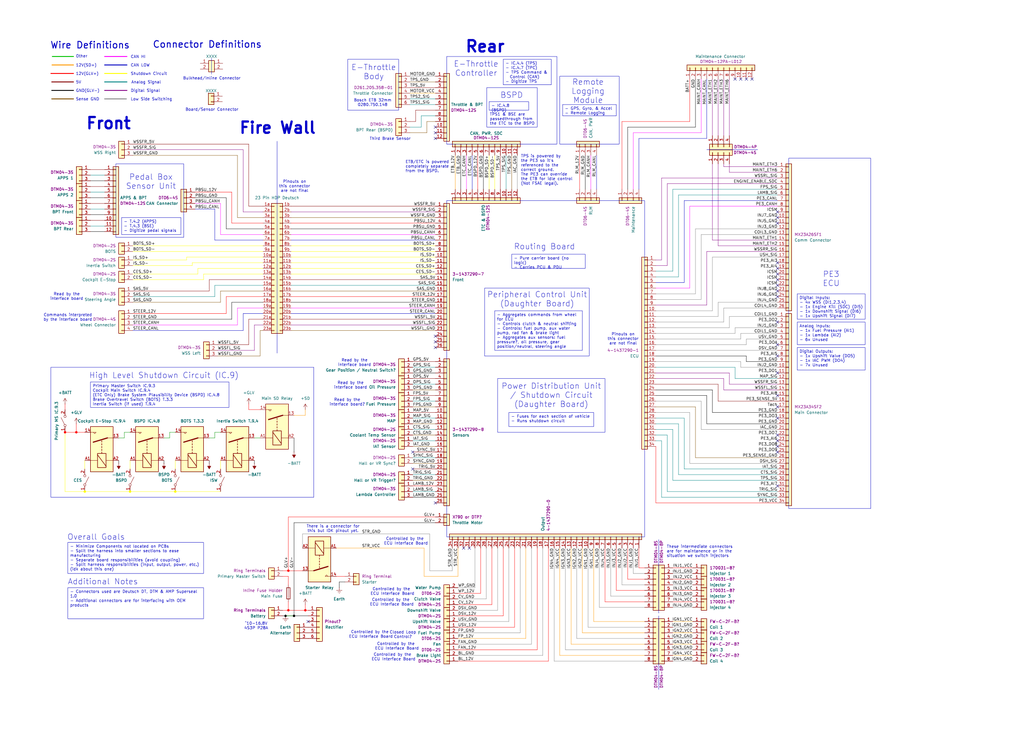
<source format=kicad_sch>
(kicad_sch (version 20231120) (generator "eeschema") (generator_version "8.0")
  (paper "User" 460 330)
  (title_block (title "FSAE Interconnect") (date "2024-10-16") (rev "A") (company "\"Gryphon\" Racing"))
  (junction (at 34.29 194.31) (color 255 0 0 1))
  (junction (at 38.1 220.98) (color 255 255 0 1))
  (junction (at 132.08 276.86) (color 0 0 0 1))
  (junction (at 129.54 256.54) (color 255 0 0 1))
  (junction (at 29.21 194.31) (color 255 0 0 1))
  (junction (at 78.74 220.98) (color 255 255 0 1))
  (junction (at 129.54 274.32) (color 255 0 0 1))
  (junction (at 137.16 274.32) (color 255 0 0 1))
  (junction (at 58.42 220.98) (color 255 255 0 1))
  (junction (at 128.27 276.86) (color 0 0 0 1))
  (no_connect (at 349.25 154.94))
  (no_connect (at 349.25 95.25))
  (no_connect (at 330.2 35.56))
  (no_connect (at 349.25 100.33))
  (no_connect (at 195.58 59.69))
  (no_connect (at 349.25 195.58))
  (no_connect (at 349.25 120.65))
  (no_connect (at 195.58 226.06))
  (no_connect (at 349.25 182.88))
  (no_connect (at 349.25 218.44))
  (no_connect (at 138.43 279.4))
  (no_connect (at 195.58 153.67))
  (no_connect (at 210.82 246.38))
  (no_connect (at 349.25 144.78))
  (no_connect (at 349.25 133.35))
  (no_connect (at 349.25 167.64))
  (no_connect (at 185.42 210.82))
  (no_connect (at 208.28 246.38))
  (no_connect (at 195.58 156.21))
  (no_connect (at 335.28 35.56))
  (no_connect (at 349.25 128.27))
  (no_connect (at 185.42 203.2))
  (no_connect (at 349.25 125.73))
  (no_connect (at 349.25 123.19))
  (no_connect (at 195.58 151.13))
  (no_connect (at 349.25 198.12))
  (no_connect (at 349.25 177.8))
  (no_connect (at 349.25 187.96))
  (no_connect (at 337.82 35.56))
  (no_connect (at 332.74 35.56))
  (no_connect (at 195.58 57.15))
  (no_connect (at 349.25 160.02))
  (no_connect (at 349.25 97.79))
  (no_connect (at 349.25 130.81))
  (no_connect (at 195.58 62.23))
  (no_connect (at 349.25 118.11))
  (no_connect (at 349.25 203.2))
  (no_connect (at 349.25 200.66))
  (wire (pts (xy 59.69 69.85) (xy 106.68 69.85)) (stroke (width 0) (color 128 77 0 1)))
  (wire (pts (xy 302.26 289.56) (xy 311.15 289.56)) (stroke (width 0) (color 255 153 0 1)))
  (wire (pts (xy 184.15 34.29) (xy 195.58 34.29)) (stroke (width 0) (color 132 132 132 1)))
  (wire (pts (xy 279.4 54.61) (xy 279.4 85.09)) (stroke (width 0) (color 255 0 0 1)))
  (wire (pts (xy 184.15 59.69) (xy 191.77 59.69)) (stroke (width 0) (color 128 77 0 1)))
  (wire (pts (xy 86.36 118.11) (xy 118.11 118.11)) (stroke (width 0) (color 255 255 0 1)))
  (wire (pts (xy 83.82 115.57) (xy 118.11 115.57)) (stroke (width 0) (color 255 255 0 1)))
  (wire (pts (xy 349.25 185.42) (xy 320.04 185.42)) (stroke (width 0) (color 0 0 0 1)))
  (wire (pts (xy 287.02 62.23) (xy 317.5 62.23)) (stroke (width 0) (color 0 0 194 1)))
  (wire (pts (xy 59.69 130.81) (xy 93.98 130.81)) (stroke (width 0) (color 132 0 0 1)))
  (wire (pts (xy 151.13 246.38) (xy 190.5 246.38)) (stroke (width 0) (color 255 153 0 1)))
  (wire (pts (xy 213.36 264.16) (xy 205.74 264.16)) (stroke (width 0) (color 132 132 132 1)))
  (wire (pts (xy 59.69 64.77) (xy 111.76 64.77)) (stroke (width 0) (color 132 0 0 1)))
  (wire (pts (xy 106.68 69.85) (xy 106.68 97.79)) (stroke (width 0) (color 128 77 0 1)))
  (wire (pts (xy 96.52 196.85) (xy 93.98 196.85)))
  (wire (pts (xy 130.81 123.19) (xy 195.58 123.19)) (stroke (width 0) (color 255 255 0 1)))
  (wire (pts (xy 111.76 181.61) (xy 111.76 184.15)) (stroke (width 0) (color 255 0 0 1)))
  (wire (pts (xy 299.72 220.98) (xy 299.72 195.58)) (stroke (width 0) (color 0 132 132 1)))
  (bus (pts (xy 46.99 25.4) (xy 57.023 25.4)) (stroke (width 0.4) (color 255 0 255 1)))
  (wire (pts (xy 111.76 92.71) (xy 118.11 92.71)) (stroke (width 0) (color 132 0 0 1)))
  (wire (pts (xy 302.26 292.1) (xy 311.15 292.1)) (stroke (width 0) (color 132 132 132 1)))
  (wire (pts (xy 279.4 262.89) (xy 289.56 262.89)) (stroke (width 0) (color 132 132 132 1)))
  (wire (pts (xy 59.69 113.03) (xy 118.11 113.03)) (stroke (width 0) (color 255 255 0 1)))
  (wire (pts (xy 129.54 274.32) (xy 137.16 274.32)) (stroke (width 0) (color 255 0 0 1)))
  (wire (pts (xy 219.71 69.85) (xy 219.71 85.09)) (stroke (width 0) (color 255 255 0 1)))
  (wire (pts (xy 151.13 259.08) (xy 154.94 259.08)) (stroke (width 0) (color 255 0 0 1)))
  (wire (pts (xy 87.63 91.44) (xy 99.06 91.44)) (stroke (width 0) (color 255 0 255 1)))
  (wire (pts (xy 130.81 92.71) (xy 195.58 92.71)) (stroke (width 0) (color 132 0 0 1)))
  (wire (pts (xy 130.81 133.35) (xy 195.58 133.35)) (stroke (width 0) (color 255 0 0 1)))
  (wire (pts (xy 281.94 57.15) (xy 312.42 57.15)) (stroke (width 0) (color 0 0 0 1)))
  (wire (pts (xy 104.14 86.36) (xy 104.14 100.33)) (stroke (width 0) (color 255 0 0 1)))
  (bus (pts (xy 22.86 33.02) (xy 33.02 33.02)) (stroke (width 0.4) (color 255 0 0 1)))
  (wire (pts (xy 127 259.08) (xy 129.54 259.08)) (stroke (width 0) (color 255 0 0 1)))
  (wire (pts (xy 317.5 177.8) (xy 294.64 177.8)) (stroke (width 0) (color 0 0 0 1)))
  (wire (pts (xy 269.24 273.05) (xy 269.24 246.38)) (stroke (width 0) (color 132 132 132 1)))
  (bus (pts (xy 46.99 36.83) (xy 57.023 36.83)) (stroke (width 0.4) (color 0 132 132 1)))
  (wire (pts (xy 59.69 123.19) (xy 88.9 123.19)) (stroke (width 0) (color 255 255 0 1)))
  (wire (pts (xy 29.21 181.61) (xy 29.21 184.15)) (stroke (width 0) (color 255 0 0 1)))
  (wire (pts (xy 129.54 232.41) (xy 129.54 256.54)) (stroke (width 0) (color 255 0 0 1)))
  (wire (pts (xy 325.12 74.93) (xy 349.25 74.93)) (stroke (width 0) (color 132 0 132 1)))
  (wire (pts (xy 218.44 269.24) (xy 205.74 269.24)) (stroke (width 0) (color 132 132 132 1)))
  (wire (pts (xy 111.76 154.94) (xy 111.76 143.51)) (stroke (width 0) (color 132 0 0 1)))
  (wire (pts (xy 195.58 180.34) (xy 185.42 180.34)) (stroke (width 0) (color 0 132 132 1)))
  (wire (pts (xy 40.64 96.52) (xy 46.99 96.52)) (stroke (width 0) (color 0 0 0 1)))
  (wire (pts (xy 266.7 279.4) (xy 289.56 279.4)) (stroke (width 0) (color 255 153 0 1)))
  (wire (pts (xy 40.64 88.9) (xy 46.99 88.9)) (stroke (width 0) (color 0 0 0 1)))
  (wire (pts (xy 193.04 240.03) (xy 193.04 256.54)) (stroke (width 0) (color 132 132 132 1)))
  (wire (pts (xy 302.26 121.92) (xy 294.64 121.92)) (stroke (width 0) (color 0 132 132 1)))
  (wire (pts (xy 130.81 148.59) (xy 195.58 148.59)) (stroke (width 0) (color 128 77 0 1)))
  (wire (pts (xy 325.12 175.26) (xy 325.12 170.18)) (stroke (width 0) (color 132 0 132 1)))
  (wire (pts (xy 231.14 246.38) (xy 231.14 281.94)) (stroke (width 0) (color 255 0 0 1)))
  (wire (pts (xy 204.47 69.85) (xy 204.47 85.09)) (stroke (width 0) (color 255 153 0 1)))
  (wire (pts (xy 243.84 246.38) (xy 243.84 294.64)) (stroke (width 0) (color 132 132 132 1)))
  (wire (pts (xy 195.58 187.96) (xy 185.42 187.96)) (stroke (width 0) (color 0 132 132 1)))
  (wire (pts (xy 271.78 270.51) (xy 271.78 246.38)) (stroke (width 0) (color 255 0 0 1)))
  (wire (pts (xy 332.74 162.56) (xy 294.64 162.56)) (stroke (width 0) (color 132 132 132 1)))
  (wire (pts (xy 191.77 59.69) (xy 191.77 54.61)) (stroke (width 0) (color 128 77 0 1)))
  (wire (pts (xy 223.52 246.38) (xy 223.52 274.32)) (stroke (width 0) (color 132 132 132 1)))
  (wire (pts (xy 190.5 259.08) (xy 205.74 259.08)) (stroke (width 0) (color 255 153 0 1)))
  (wire (pts (xy 302.26 279.4) (xy 311.15 279.4)) (stroke (width 0) (color 255 153 0 1)))
  (bus (pts (xy 23.241 36.83) (xy 33.02 36.83)) (stroke (width 0.4) (color 132 0 0 1)))
  (wire (pts (xy 195.58 195.58) (xy 185.42 195.58)) (stroke (width 0) (color 128 77 0 1)))
  (wire (pts (xy 284.48 59.69) (xy 284.48 85.09)) (stroke (width 0) (color 255 0 255 1)))
  (wire (pts (xy 114.3 208.28) (xy 114.3 207.01)) (stroke (width 0) (color 0 0 0 1)))
  (wire (pts (xy 349.25 220.98) (xy 299.72 220.98)) (stroke (width 0) (color 0 132 132 1)))
  (wire (pts (xy 58.42 220.98) (xy 78.74 220.98)) (stroke (width 0) (color 255 255 0 1)))
  (wire (pts (xy 287.02 255.27) (xy 287.02 246.38)) (stroke (width 0) (color 255 0 0 1)))
  (wire (pts (xy 130.81 107.95) (xy 195.58 107.95)) (stroke (width 0) (color 0 0 194 1)))
  (wire (pts (xy 254 246.38) (xy 254 292.1)) (stroke (width 0) (color 132 132 132 1)))
  (wire (pts (xy 320.04 73.66) (xy 320.04 107.95)) (stroke (width 0) (color 132 0 132 1)))
  (wire (pts (xy 320.04 139.7) (xy 294.64 139.7)) (stroke (width 0) (color 132 132 132 1)))
  (wire (pts (xy 195.58 198.12) (xy 185.42 198.12)) (stroke (width 0) (color 0 132 132 1)))
  (wire (pts (xy 276.86 265.43) (xy 276.86 246.38)) (stroke (width 0) (color 255 0 0 1)))
  (wire (pts (xy 59.69 119.38) (xy 86.36 119.38)) (stroke (width 0) (color 255 255 0 1)))
  (wire (pts (xy 241.3 292.1) (xy 205.74 292.1)) (stroke (width 0) (color 255 0 0 1)))
  (wire (pts (xy 99.06 207.01) (xy 99.06 210.82)) (stroke (width 0) (color 255 255 0 1)))
  (wire (pts (xy 320.04 35.56) (xy 320.04 60.96)) (stroke (width 0) (color 132 0 132 1)))
  (wire (pts (xy 132.08 196.85) (xy 132.08 203.2)) (stroke (width 0) (color 0 0 0 1)))
  (wire (pts (xy 349.25 175.26) (xy 325.12 175.26)) (stroke (width 0) (color 132 0 132 1)))
  (wire (pts (xy 307.34 210.82) (xy 307.34 187.96)) (stroke (width 0) (color 0 132 132 1)))
  (wire (pts (xy 335.28 154.94) (xy 294.64 154.94)) (stroke (width 0) (color 132 132 132 1)))
  (wire (pts (xy 127 276.86) (xy 128.27 276.86)) (stroke (width 0) (color 0 0 0 1)))
  (wire (pts (xy 111.76 143.51) (xy 118.11 143.51)) (stroke (width 0) (color 132 0 0 1)))
  (wire (pts (xy 223.52 274.32) (xy 205.74 274.32)) (stroke (width 0) (color 132 132 132 1)))
  (wire (pts (xy 106.68 146.05) (xy 106.68 138.43)) (stroke (width 0) (color 255 0 255 1)))
  (wire (pts (xy 91.44 125.73) (xy 91.44 123.19)) (stroke (width 0) (color 255 255 0 1)))
  (wire (pts (xy 40.64 91.44) (xy 46.99 91.44)) (stroke (width 0) (color 132 0 0 1)))
  (wire (pts (xy 284.48 59.69) (xy 314.96 59.69)) (stroke (width 0) (color 255 0 255 1)))
  (wire (pts (xy 224.79 85.09) (xy 224.79 69.85)) (stroke (width 0) (color 132 0 0 1)))
  (wire (pts (xy 78.74 207.01) (xy 78.74 210.82)) (stroke (width 0) (color 255 255 0 1)))
  (wire (pts (xy 96.52 107.95) (xy 118.11 107.95)) (stroke (width 0) (color 0 0 194 1)))
  (wire (pts (xy 189.23 57.15) (xy 184.15 57.15)) (stroke (width 0) (color 0 132 132 1)))
  (wire (pts (xy 130.81 95.25) (xy 195.58 95.25)) (stroke (width 0) (color 132 0 132 1)))
  (wire (pts (xy 203.2 256.54) (xy 203.2 246.38)) (stroke (width 0) (color 132 132 132 1)))
  (wire (pts (xy 130.81 128.27) (xy 195.58 128.27)) (stroke (width 0) (color 0 132 132 1)))
  (wire (pts (xy 59.69 148.59) (xy 109.22 148.59)) (stroke (width 0) (color 0 0 194 1)))
  (wire (pts (xy 59.69 135.89) (xy 99.06 135.89)) (stroke (width 0) (color 128 77 0 1)))
  (wire (pts (xy 130.81 130.81) (xy 195.58 130.81)) (stroke (width 0) (color 128 77 0 1)))
  (wire (pts (xy 97.79 154.94) (xy 111.76 154.94)) (stroke (width 0) (color 132 0 0 1)))
  (wire (pts (xy 129.54 259.08) (xy 129.54 262.89)) (stroke (width 0) (color 255 0 0 1)))
  (wire (pts (xy 227.33 85.09) (xy 227.33 69.85)) (stroke (width 0) (color 0 132 132 1)))
  (wire (pts (xy 87.63 93.98) (xy 96.52 93.98)) (stroke (width 0) (color 0 0 194 1)))
  (wire (pts (xy 130.81 146.05) (xy 195.58 146.05)) (stroke (width 0) (color 132 0 132 1)))
  (wire (pts (xy 73.66 208.28) (xy 73.66 207.01)) (stroke (width 0) (color 0 0 0 1)))
  (wire (pts (xy 130.81 143.51) (xy 195.58 143.51)) (stroke (width 0) (color 132 0 0 1)))
  (wire (pts (xy 38.1 207.01) (xy 38.1 210.82)) (stroke (width 0) (color 255 255 0 1)))
  (wire (pts (xy 59.69 143.51) (xy 104.14 143.51)) (stroke (width 0) (color 0 0 0 1)))
  (wire (pts (xy 40.64 83.82) (xy 46.99 83.82)) (stroke (width 0) (color 132 0 0 1)))
  (bus (pts (xy 46.99 44.45) (xy 56.769 44.45)) (stroke (width 0.4) (color 132 132 132 1)))
  (wire (pts (xy 297.18 223.52) (xy 297.18 198.12)) (stroke (width 0) (color 0 132 132 1)))
  (wire (pts (xy 195.58 218.44) (xy 185.42 218.44)) (stroke (width 0) (color 255 0 0 1)))
  (wire (pts (xy 317.5 35.56) (xy 317.5 62.23)) (stroke (width 0) (color 0 0 194 1)))
  (wire (pts (xy 322.58 110.49) (xy 349.25 110.49)) (stroke (width 0) (color 132 0 132 1)))
  (wire (pts (xy 335.28 162.56) (xy 335.28 160.02)) (stroke (width 0) (color 0 0 0 1)))
  (wire (pts (xy 96.52 133.35) (xy 96.52 128.27)) (stroke (width 0) (color 0 132 132 1)))
  (wire (pts (xy 279.4 262.89) (xy 279.4 246.38)) (stroke (width 0) (color 132 132 132 1)))
  (wire (pts (xy 97.79 157.48) (xy 114.3 157.48)) (stroke (width 0) (color 132 0 132 1)))
  (wire (pts (xy 189.23 52.07) (xy 195.58 52.07)) (stroke (width 0) (color 0 132 132 1)))
  (wire (pts (xy 322.58 73.66) (xy 322.58 110.49)) (stroke (width 0) (color 132 0 132 1)))
  (wire (pts (xy 226.06 246.38) (xy 226.06 276.86)) (stroke (width 0) (color 255 0 0 1)))
  (wire (pts (xy 317.5 190.5) (xy 317.5 177.8)) (stroke (width 0) (color 0 0 0 1)))
  (wire (pts (xy 111.76 64.77) (xy 111.76 92.71)) (stroke (width 0) (color 132 0 0 1)))
  (wire (pts (xy 59.69 116.84) (xy 83.82 116.84)) (stroke (width 0) (color 255 255 0 1)))
  (wire (pts (xy 302.26 215.9) (xy 302.26 193.04)) (stroke (width 0) (color 0 132 132 1)))
  (wire (pts (xy 320.04 115.57) (xy 349.25 115.57)) (stroke (width 0) (color 132 132 132 1)))
  (wire (pts (xy 38.1 220.98) (xy 58.42 220.98)) (stroke (width 0) (color 255 255 0 1)))
  (wire (pts (xy 191.77 54.61) (xy 195.58 54.61)) (stroke (width 0) (color 128 77 0 1)))
  (wire (pts (xy 312.42 132.08) (xy 294.64 132.08)) (stroke (width 0) (color 132 132 132 1)))
  (wire (pts (xy 228.6 246.38) (xy 228.6 279.4)) (stroke (width 0) (color 132 132 132 1)))
  (wire (pts (xy 83.82 116.84) (xy 83.82 115.57)) (stroke (width 0) (color 255 255 0 1)))
  (wire (pts (xy 302.26 284.48) (xy 311.15 284.48)) (stroke (width 0) (color 255 153 0 1)))
  (wire (pts (xy 215.9 266.7) (xy 205.74 266.7)) (stroke (width 0) (color 255 0 0 1)))
  (wire (pts (xy 309.88 208.28) (xy 349.25 208.28)) (stroke (width 0) (color 132 132 132 1)))
  (wire (pts (xy 349.25 162.56) (xy 335.28 162.56)) (stroke (width 0) (color 0 0 0 1)))
  (wire (pts (xy 297.18 80.01) (xy 349.25 80.01)) (stroke (width 0) (color 132 0 132 1)))
  (wire (pts (xy 251.46 246.38) (xy 251.46 294.64)) (stroke (width 0) (color 255 153 0 1)))
  (wire (pts (xy 101.6 133.35) (xy 118.11 133.35)) (stroke (width 0) (color 255 0 0 1)))
  (wire (pts (xy 88.9 123.19) (xy 88.9 120.65)) (stroke (width 0) (color 255 255 0 1)))
  (wire (pts (xy 40.64 76.2) (xy 46.99 76.2)) (stroke (width 0) (color 132 0 0 1)))
  (bus (pts (xy 46.99 40.64) (xy 57.023 40.64)) (stroke (width 0.4) (color 132 0 132 1)))
  (wire (pts (xy 322.58 135.89) (xy 349.25 135.89)) (stroke (width 0) (color 132 132 132 1)))
  (wire (pts (xy 281.94 57.15) (xy 281.94 85.09)) (stroke (width 0) (color 0 0 0 1)))
  (wire (pts (xy 349.25 170.18) (xy 330.2 170.18)) (stroke (width 0) (color 0 132 132 1)))
  (polyline (pts (xy 95.0214 26.2128) (xy 95.0214 33.3248)))
  (wire (pts (xy 302.26 297.18) (xy 311.15 297.18)) (stroke (width 0) (color 132 132 132 1)))
  (wire (pts (xy 184.15 36.83) (xy 195.58 36.83)) (stroke (width 0) (color 128 77 0 1)))
  (wire (pts (xy 132.08 186.69) (xy 137.16 186.69)) (stroke (width 0) (color 255 153 0 1)))
  (wire (pts (xy 220.98 271.78) (xy 205.74 271.78)) (stroke (width 0) (color 255 0 0 1)))
  (wire (pts (xy 55.88 194.31) (xy 58.42 194.31)))
  (wire (pts (xy 190.5 246.38) (xy 190.5 259.08)) (stroke (width 0) (color 255 153 0 1)))
  (wire (pts (xy 46.99 86.36) (xy 40.64 86.36)) (stroke (width 0) (color 0 132 132 1)))
  (wire (pts (xy 254 292.1) (xy 289.56 292.1)) (stroke (width 0) (color 132 132 132 1)))
  (wire (pts (xy 59.69 67.31) (xy 109.22 67.31)) (stroke (width 0) (color 132 0 132 1)))
  (wire (pts (xy 322.58 135.89) (xy 322.58 142.24)) (stroke (width 0) (color 132 132 132 1)))
  (wire (pts (xy 317.5 137.16) (xy 294.64 137.16)) (stroke (width 0) (color 132 0 132 1)))
  (wire (pts (xy 195.58 177.8) (xy 185.42 177.8)) (stroke (width 0) (color 132 0 0 1)))
  (wire (pts (xy 327.66 167.64) (xy 294.64 167.64)) (stroke (width 0) (color 132 0 132 1)))
  (wire (pts (xy 312.42 205.74) (xy 312.42 182.88)) (stroke (width 0) (color 128 77 0 1)))
  (wire (pts (xy 137.16 274.32) (xy 137.16 271.78)) (stroke (width 0) (color 255 0 0 1)))
  (wire (pts (xy 53.34 208.28) (xy 53.34 207.01)) (stroke (width 0) (color 0 0 0 1)))
  (wire (pts (xy 233.68 284.48) (xy 205.74 284.48)) (stroke (width 0) (color 132 132 132 1)))
  (wire (pts (xy 302.26 287.02) (xy 311.15 287.02)) (stroke (width 0) (color 132 132 132 1)))
  (wire (pts (xy 241.3 246.38) (xy 241.3 292.1)) (stroke (width 0) (color 255 0 0 1)))
  (wire (pts (xy 99.06 130.81) (xy 118.11 130.81)) (stroke (width 0) (color 128 77 0 1)))
  (bus (pts (xy 23.241 40.64) (xy 33.02 40.64)) (stroke (width 0.4) (color 0 0 0 1)))
  (wire (pts (xy 327.66 142.24) (xy 349.25 142.24)) (stroke (width 0) (color 132 132 132 1)))
  (wire (pts (xy 195.58 210.82) (xy 185.42 210.82)) (stroke (width 0) (color 132 0 0 1)))
  (wire (pts (xy 29.21 220.98) (xy 38.1 220.98)) (stroke (width 0) (color 255 255 0 1)))
  (wire (pts (xy 349.25 172.72) (xy 327.66 172.72)) (stroke (width 0) (color 132 0 132 1)))
  (wire (pts (xy 248.92 297.18) (xy 289.56 297.18)) (stroke (width 0) (color 132 132 132 1)))
  (wire (pts (xy 130.81 102.87) (xy 195.58 102.87)) (stroke (width 0) (color 0 0 0 1)))
  (wire (pts (xy 99.06 91.44) (xy 99.06 105.41)) (stroke (width 0) (color 255 0 255 1)))
  (wire (pts (xy 232.41 85.09) (xy 232.41 69.85)) (stroke (width 0) (color 132 132 132 1)))
  (wire (pts (xy 59.69 140.97) (xy 101.6 140.97)) (stroke (width 0) (color 255 0 0 1)))
  (wire (pts (xy 294.64 200.66) (xy 294.64 226.06)) (stroke (width 0) (color 255 0 0 1)))
  (wire (pts (xy 58.42 207.01) (xy 58.42 210.82)) (stroke (width 0) (color 255 255 0 1)))
  (wire (pts (xy 304.8 87.63) (xy 349.25 87.63)) (stroke (width 0) (color 0 132 132 1)))
  (wire (pts (xy 129.54 232.41) (xy 195.58 232.41)) (stroke (width 0) (color 255 0 0 1)))
  (wire (pts (xy 229.87 85.09) (xy 229.87 69.85)) (stroke (width 0) (color 128 77 0 1)))
  (wire (pts (xy 212.09 69.85) (xy 212.09 85.09)) (stroke (width 0) (color 0 0 194 1)))
  (wire (pts (xy 320.04 185.42) (xy 320.04 175.26)) (stroke (width 0) (color 0 0 0 1)))
  (wire (pts (xy 132.08 234.95) (xy 195.58 234.95)) (stroke (width 0) (color 0 0 0 1)))
  (wire (pts (xy 59.69 133.35) (xy 96.52 133.35)) (stroke (width 0) (color 0 132 132 1)))
  (wire (pts (xy 307.34 90.17) (xy 349.25 90.17)) (stroke (width 0) (color 0 0 194 1)))
  (wire (pts (xy 226.06 276.86) (xy 205.74 276.86)) (stroke (width 0) (color 255 0 0 1)))
  (wire (pts (xy 269.24 273.05) (xy 289.56 273.05)) (stroke (width 0) (color 132 132 132 1)))
  (wire (pts (xy 294.64 226.06) (xy 349.25 226.06)) (stroke (width 0) (color 255 0 0 1)))
  (wire (pts (xy 93.98 125.73) (xy 118.11 125.73)) (stroke (width 0) (color 132 0 0 1)))
  (wire (pts (xy 231.14 281.94) (xy 205.74 281.94)) (stroke (width 0) (color 255 0 0 1)))
  (wire (pts (xy 184.15 54.61) (xy 186.69 54.61)) (stroke (width 0) (color 132 0 0 1)))
  (wire (pts (xy 195.58 223.52) (xy 185.42 223.52)) (stroke (width 0) (color 0 0 0 1)))
  (wire (pts (xy 101.6 88.9) (xy 101.6 102.87)) (stroke (width 0) (color 0 0 0 1)))
  (wire (pts (xy 236.22 287.02) (xy 205.74 287.02)) (stroke (width 0) (color 255 153 0 1)))
  (wire (pts (xy 104.14 100.33) (xy 118.11 100.33)) (stroke (width 0) (color 255 0 0 1)))
  (wire (pts (xy 73.66 196.85) (xy 76.2 196.85)))
  (wire (pts (xy 325.12 73.66) (xy 325.12 74.93)) (stroke (width 0) (color 132 0 132 1)))
  (wire (pts (xy 320.04 107.95) (xy 349.25 107.95)) (stroke (width 0) (color 132 0 132 1)))
  (wire (pts (xy 302.26 257.81) (xy 311.15 257.81)) (stroke (width 0) (color 132 132 132 1)))
  (wire (pts (xy 195.58 165.1) (xy 185.42 165.1)) (stroke (width 0) (color 0 132 132 1)))
  (wire (pts (xy 127 274.32) (xy 129.54 274.32)) (stroke (width 0) (color 255 0 0 1)))
  (wire (pts (xy 327.66 147.32) (xy 294.64 147.32)) (stroke (width 0) (color 132 132 132 1)))
  (wire (pts (xy 93.98 208.28) (xy 93.98 207.01)) (stroke (width 0) (color 0 0 0 1)))
  (wire (pts (xy 314.96 105.41) (xy 314.96 134.62)) (stroke (width 0) (color 132 132 132 1)))
  (wire (pts (xy 87.63 88.9) (xy 101.6 88.9)) (stroke (width 0) (color 0 0 0 1)))
  (wire (pts (xy 96.52 194.31) (xy 96.52 196.85)))
  (wire (pts (xy 349.25 180.34) (xy 322.58 180.34)) (stroke (width 0) (color 132 0 0 1)))
  (wire (pts (xy 137.16 186.69) (xy 137.16 184.15)) (stroke (width 0) (color 255 153 0 1)))
  (wire (pts (xy 195.58 200.66) (xy 185.42 200.66)) (stroke (width 0) (color 128 77 0 1)))
  (wire (pts (xy 309.88 185.42) (xy 294.64 185.42)) (stroke (width 0) (color 132 132 132 1)))
  (wire (pts (xy 297.18 116.84) (xy 294.64 116.84)) (stroke (width 0) (color 132 0 132 1)))
  (wire (pts (xy 214.63 69.85) (xy 214.63 85.09)) (stroke (width 0) (color 255 0 0 1)))
  (wire (pts (xy 99.06 105.41) (xy 118.11 105.41)) (stroke (width 0) (color 255 0 255 1)))
  (wire (pts (xy 238.76 289.56) (xy 205.74 289.56)) (stroke (width 0) (color 132 132 132 1)))
  (wire (pts (xy 284.48 257.81) (xy 289.56 257.81)) (stroke (width 0) (color 132 132 132 1)))
  (wire (pts (xy 195.58 215.9) (xy 185.42 215.9)) (stroke (width 0) (color 128 77 0 1)))
  (wire (pts (xy 332.74 149.86) (xy 349.25 149.86)) (stroke (width 0) (color 132 132 132 1)))
  (wire (pts (xy 104.14 143.51) (xy 104.14 135.89)) (stroke (width 0) (color 0 0 0 1)))
  (wire (pts (xy 312.42 35.56) (xy 312.42 57.15)) (stroke (width 0) (color 0 0 0 1)))
  (wire (pts (xy 294.64 157.48) (xy 349.25 157.48)) (stroke (width 0) (color 132 132 132 1)))
  (wire (pts (xy 228.6 279.4) (xy 205.74 279.4)) (stroke (width 0) (color 132 132 132 1)))
  (wire (pts (xy 109.22 67.31) (xy 109.22 95.25)) (stroke (width 0) (color 132 0 132 1)))
  (wire (pts (xy 55.88 196.85) (xy 55.88 194.31)))
  (wire (pts (xy 106.68 97.79) (xy 118.11 97.79)) (stroke (width 0) (color 128 77 0 1)))
  (wire (pts (xy 246.38 246.38) (xy 246.38 297.18)) (stroke (width 0) (color 255 0 0 1)))
  (wire (pts (xy 266.7 246.38) (xy 266.7 279.4)) (stroke (width 0) (color 255 153 0 1)))
  (wire (pts (xy 317.5 113.03) (xy 349.25 113.03)) (stroke (width 0) (color 132 0 132 1)))
  (wire (pts (xy 101.6 102.87) (xy 118.11 102.87)) (stroke (width 0) (color 0 0 0 1)))
  (wire (pts (xy 294.64 193.04) (xy 302.26 193.04)) (stroke (width 0) (color 0 132 132 1)))
  (wire (pts (xy 312.42 102.87) (xy 349.25 102.87)) (stroke (width 0) (color 132 132 132 1)))
  (wire (pts (xy 132.08 276.86) (xy 138.43 276.86)) (stroke (width 0) (color 0 0 0 1)))
  (wire (pts (xy 114.3 157.48) (xy 114.3 146.05)) (stroke (width 0) (color 132 0 132 1)))
  (wire (pts (xy 332.74 152.4) (xy 294.64 152.4)) (stroke (width 0) (color 132 132 132 1)))
  (wire (pts (xy 327.66 142.24) (xy 327.66 147.32)) (stroke (width 0) (color 132 132 132 1)))
  (wire (pts (xy 335.28 160.02) (xy 294.64 160.02)) (stroke (width 0) (color 0 0 0 1)))
  (polyline (pts (xy 317.5 67.31) (xy 340.36 67.31)))
  (wire (pts (xy 287.02 62.23) (xy 287.02 85.09)) (stroke (width 0) (color 0 0 194 1)))
  (wire (pts (xy 152.4 261.62) (xy 154.94 261.62)) (stroke (width 0) (color 0 0 0 1)))
  (wire (pts (xy 96.52 128.27) (xy 118.11 128.27)) (stroke (width 0) (color 0 132 132 1)))
  (wire (pts (xy 76.2 194.31) (xy 78.74 194.31)))
  (wire (pts (xy 152.4 261.62) (xy 152.4 264.16)) (stroke (width 0) (color 0 0 0 1)))
  (wire (pts (xy 130.81 115.57) (xy 195.58 115.57)) (stroke (width 0) (color 255 255 0 1)))
  (wire (pts (xy 46.99 93.98) (xy 40.64 93.98)) (stroke (width 0) (color 0 132 132 1)))
  (wire (pts (xy 325.12 144.78) (xy 294.64 144.78)) (stroke (width 0) (color 132 132 132 1)))
  (wire (pts (xy 96.52 194.31) (xy 99.06 194.31)))
  (wire (pts (xy 209.55 69.85) (xy 209.55 85.09)) (stroke (width 0) (color 255 0 255 1)))
  (wire (pts (xy 322.58 172.72) (xy 294.64 172.72)) (stroke (width 0) (color 132 0 0 1)))
  (wire (pts (xy 186.69 54.61) (xy 186.69 49.53)) (stroke (width 0) (color 132 0 0 1)))
  (wire (pts (xy 297.18 198.12) (xy 294.64 198.12)) (stroke (width 0) (color 0 132 132 1)))
  (wire (pts (xy 59.69 146.05) (xy 106.68 146.05)) (stroke (width 0) (color 255 0 255 1)))
  (wire (pts (xy 130.81 118.11) (xy 195.58 118.11)) (stroke (width 0) (color 255 255 0 1)))
  (wire (pts (xy 101.6 140.97) (xy 101.6 133.35)) (stroke (width 0) (color 255 0 0 1)))
  (wire (pts (xy 130.81 97.79) (xy 195.58 97.79)) (stroke (width 0) (color 128 77 0 1)))
  (wire (pts (xy 302.26 267.97) (xy 311.15 267.97)) (stroke (width 0) (color 132 132 132 1)))
  (wire (pts (xy 274.32 267.97) (xy 274.32 246.38)) (stroke (width 0) (color 132 132 132 1)))
  (wire (pts (xy 246.38 297.18) (xy 205.74 297.18)) (stroke (width 0) (color 255 0 0 1)))
  (wire (pts (xy 309.88 35.56) (xy 309.88 54.61)) (stroke (width 0) (color 255 0 0 1)))
  (wire (pts (xy 302.26 85.09) (xy 349.25 85.09)) (stroke (width 0) (color 0 132 132 1)))
  (wire (pts (xy 281.94 260.35) (xy 289.56 260.35)) (stroke (width 0) (color 255 0 0 1)))
  (wire (pts (xy 207.01 69.85) (xy 207.01 85.09)) (stroke (width 0) (color 0 0 0 1)))
  (wire (pts (xy 299.72 82.55) (xy 299.72 119.38)) (stroke (width 0) (color 132 0 132 1)))
  (wire (pts (xy 195.58 190.5) (xy 185.42 190.5)) (stroke (width 0) (color 128 77 0 1)))
  (wire (pts (xy 184.15 46.99) (xy 195.58 46.99)) (stroke (width 0) (color 0 132 132 1)))
  (wire (pts (xy 312.42 102.87) (xy 312.42 132.08)) (stroke (width 0) (color 132 132 132 1)))
  (wire (pts (xy 129.54 274.32) (xy 129.54 270.51)) (stroke (width 0) (color 255 0 0 1)))
  (wire (pts (xy 320.04 115.57) (xy 320.04 139.7)) (stroke (width 0) (color 132 132 132 1)))
  (wire (pts (xy 302.26 265.43) (xy 311.15 265.43)) (stroke (width 0) (color 255 0 0 1)))
  (wire (pts (xy 302.26 281.94) (xy 311.15 281.94)) (stroke (width 0) (color 132 132 132 1)))
  (wire (pts (xy 259.08 246.38) (xy 259.08 287.02)) (stroke (width 0) (color 132 132 132 1)))
  (wire (pts (xy 109.22 148.59) (xy 109.22 140.97)) (stroke (width 0) (color 0 0 194 1)))
  (wire (pts (xy 195.58 170.18) (xy 185.42 170.18)) (stroke (width 0) (color 132 0 0 1)))
  (wire (pts (xy 130.81 100.33) (xy 195.58 100.33)) (stroke (width 0) (color 255 0 0 1)))
  (wire (pts (xy 97.79 160.02) (xy 116.84 160.02)) (stroke (width 0) (color 128 77 0 1)))
  (wire (pts (xy 332.74 165.1) (xy 332.74 162.56)) (stroke (width 0) (color 132 132 132 1)))
  (bus (pts (xy 23.241 44.45) (xy 33.02 44.45)) (stroke (width 0.4) (color 128 77 0 1)))
  (wire (pts (xy 53.34 196.85) (xy 55.88 196.85)))
  (wire (pts (xy 307.34 90.17) (xy 307.34 127)) (stroke (width 0) (color 0 0 194 1)))
  (wire (pts (xy 330.2 147.32) (xy 349.25 147.32)) (stroke (width 0) (color 132 132 132 1)))
  (wire (pts (xy 195.58 220.98) (xy 185.42 220.98)) (stroke (width 0) (color 0 132 132 1)))
  (wire (pts (xy 320.04 175.26) (xy 294.64 175.26)) (stroke (width 0) (color 0 0 0 1)))
  (wire (pts (xy 205.74 259.08) (xy 205.74 246.38)) (stroke (width 0) (color 255 153 0 1)))
  (wire (pts (xy 276.86 265.43) (xy 289.56 265.43)) (stroke (width 0) (color 255 0 0 1)))
  (wire (pts (xy 330.2 147.32) (xy 330.2 149.86)) (stroke (width 0) (color 132 132 132 1)))
  (wire (pts (xy 195.58 213.36) (xy 185.42 213.36)) (stroke (width 0) (color 0 132 132 1)))
  (wire (pts (xy 279.4 54.61) (xy 309.88 54.61)) (stroke (width 0) (color 255 0 0 1)))
  (wire (pts (xy 40.64 104.14) (xy 46.99 104.14)) (stroke (width 0) (color 0 0 0 1)))
  (wire (pts (xy 314.96 105.41) (xy 349.25 105.41)) (stroke (width 0) (color 132 132 132 1)))
  (polyline (pts (xy 295.91 242.57) (xy 295.91 275.59)))
  (wire (pts (xy 213.36 246.38) (xy 213.36 264.16)) (stroke (width 0) (color 132 132 132 1)))
  (wire (pts (xy 304.8 124.46) (xy 294.64 124.46)) (stroke (width 0) (color 0 132 132 1)))
  (wire (pts (xy 238.76 246.38) (xy 238.76 289.56)) (stroke (width 0) (color 132 132 132 1)))
  (wire (pts (xy 312.42 182.88) (xy 294.64 182.88)) (stroke (width 0) (color 128 77 0 1)))
  (wire (pts (xy 309.88 208.28) (xy 309.88 185.42)) (stroke (width 0) (color 132 132 132 1)))
  (wire (pts (xy 259.08 287.02) (xy 289.56 287.02)) (stroke (width 0) (color 132 132 132 1)))
  (wire (pts (xy 29.21 194.31) (xy 34.29 194.31)) (stroke (width 0) (color 255 0 0 1)))
  (wire (pts (xy 322.58 35.56) (xy 322.58 60.96)) (stroke (width 0) (color 132 0 132 1)))
  (wire (pts (xy 309.88 92.71) (xy 309.88 129.54)) (stroke (width 0) (color 255 0 255 1)))
  (wire (pts (xy 349.25 165.1) (xy 332.74 165.1)) (stroke (width 0) (color 132 132 132 1)))
  (wire (pts (xy 302.26 260.35) (xy 311.15 260.35)) (stroke (width 0) (color 255 0 0 1)))
  (polyline (pts (xy 295.91 276.86) (xy 295.91 309.88)))
  (wire (pts (xy 248.92 246.38) (xy 248.92 297.18)) (stroke (width 0) (color 132 132 132 1)))
  (wire (pts (xy 87.63 86.36) (xy 104.14 86.36)) (stroke (width 0) (color 255 0 0 1)))
  (wire (pts (xy 128.27 276.86) (xy 132.08 276.86)))
  (wire (pts (xy 327.66 73.66) (xy 327.66 77.47)) (stroke (width 0) (color 132 0 132 1)))
  (wire (pts (xy 114.3 146.05) (xy 118.11 146.05)) (stroke (width 0) (color 132 0 132 1)))
  (wire (pts (xy 184.15 39.37) (xy 195.58 39.37)) (stroke (width 0) (color 132 0 0 1)))
  (wire (pts (xy 59.69 110.49) (xy 118.11 110.49)) (stroke (width 0) (color 255 255 0 1)))
  (wire (pts (xy 325.12 138.43) (xy 349.25 138.43)) (stroke (width 0) (color 132 132 132 1)))
  (wire (pts (xy 314.96 193.04) (xy 314.96 180.34)) (stroke (width 0) (color 132 132 132 1)))
  (wire (pts (xy 195.58 208.28) (xy 185.42 208.28)) (stroke (width 0) (color 128 77 0 1)))
  (wire (pts (xy 251.46 294.64) (xy 289.56 294.64)) (stroke (width 0) (color 255 153 0 1)))
  (wire (pts (xy 106.68 138.43) (xy 118.11 138.43)) (stroke (width 0) (color 255 0 255 1)))
  (wire (pts (xy 327.66 35.56) (xy 327.66 60.96)) (stroke (width 0) (color 132 0 132 1)))
  (wire (pts (xy 302.26 255.27) (xy 311.15 255.27)) (stroke (width 0) (color 255 0 0 1)))
  (wire (pts (xy 233.68 246.38) (xy 233.68 284.48)) (stroke (width 0) (color 132 132 132 1)))
  (wire (pts (xy 111.76 184.15) (xy 116.84 184.15)) (stroke (width 0) (color 255 0 0 1)))
  (wire (pts (xy 267.97 69.85) (xy 267.97 85.09)) (stroke (width 0) (color 0 0 194 1)))
  (wire (pts (xy 91.44 123.19) (xy 118.11 123.19)) (stroke (width 0) (color 255 255 0 1)))
  (wire (pts (xy 309.88 129.54) (xy 294.64 129.54)) (stroke (width 0) (color 255 0 255 1)))
  (wire (pts (xy 317.5 113.03) (xy 317.5 137.16)) (stroke (width 0) (color 132 0 132 1)))
  (wire (pts (xy 302.26 85.09) (xy 302.26 121.92)) (stroke (width 0) (color 0 132 132 1)))
  (wire (pts (xy 309.88 92.71) (xy 349.25 92.71)) (stroke (width 0) (color 255 0 255 1)))
  (wire (pts (xy 330.2 149.86) (xy 294.64 149.86)) (stroke (width 0) (color 132 132 132 1)))
  (wire (pts (xy 322.58 142.24) (xy 294.64 142.24)) (stroke (width 0) (color 132 132 132 1)))
  (wire (pts (xy 184.15 41.91) (xy 195.58 41.91)) (stroke (width 0) (color 255 153 0 1)))
  (wire (pts (xy 184.15 44.45) (xy 195.58 44.45)) (stroke (width 0) (color 0 132 132 1)))
  (wire (pts (xy 265.43 69.85) (xy 265.43 85.09)) (stroke (width 0) (color 255 0 255 1)))
  (wire (pts (xy 312.42 205.74) (xy 349.25 205.74)) (stroke (width 0) (color 128 77 0 1)))
  (wire (pts (xy 130.81 135.89) (xy 195.58 135.89)) (stroke (width 0) (color 0 0 0 1)))
  (wire (pts (xy 256.54 289.56) (xy 289.56 289.56)) (stroke (width 0) (color 255 153 0 1)))
  (wire (pts (xy 205.74 294.64) (xy 243.84 294.64)) (stroke (width 0) (color 132 132 132 1)))
  (wire (pts (xy 274.32 267.97) (xy 289.56 267.97)) (stroke (width 0) (color 132 132 132 1)))
  (wire (pts (xy 287.02 255.27) (xy 289.56 255.27)) (stroke (width 0) (color 255 0 0 1)))
  (wire (pts (xy 34.29 190.5) (xy 34.29 194.31)) (stroke (width 0) (color 255 0 0 1)))
  (wire (pts (xy 137.16 274.32) (xy 138.43 274.32)) (stroke (width 0) (color 255 0 0 1)))
  (wire (pts (xy 34.29 194.31) (xy 38.1 194.31)) (stroke (width 0) (color 255 0 0 1)))
  (wire (pts (xy 135.89 240.03) (xy 193.04 240.03)) (stroke (width 0) (color 132 132 132 1)))
  (wire (pts (xy 299.72 195.58) (xy 294.64 195.58)) (stroke (width 0) (color 0 132 132 1)))
  (wire (pts (xy 302.26 262.89) (xy 311.15 262.89)) (stroke (width 0) (color 132 132 132 1)))
  (wire (pts (xy 335.28 152.4) (xy 349.25 152.4)) (stroke (width 0) (color 132 132 132 1)))
  (wire (pts (xy 349.25 190.5) (xy 317.5 190.5)) (stroke (width 0) (color 0 0 0 1)))
  (wire (pts (xy 302.26 294.64) (xy 311.15 294.64)) (stroke (width 0) (color 255 153 0 1)))
  (wire (pts (xy 203.2 256.54) (xy 193.04 256.54)) (stroke (width 0) (color 132 132 132 1)))
  (wire (pts (xy 195.58 205.74) (xy 185.42 205.74)) (stroke (width 0) (color 0 132 132 1)))
  (wire (pts (xy 217.17 69.85) (xy 217.17 85.09)) (stroke (width 0) (color 0 0 0 1)))
  (wire (pts (xy 307.34 187.96) (xy 294.64 187.96)) (stroke (width 0) (color 0 132 132 1)))
  (wire (pts (xy 261.62 284.48) (xy 289.56 284.48)) (stroke (width 0) (color 255 153 0 1)))
  (wire (pts (xy 220.98 246.38) (xy 220.98 271.78)) (stroke (width 0) (color 255 0 0 1)))
  (wire (pts (xy 236.22 246.38) (xy 236.22 287.02)) (stroke (width 0) (color 255 153 0 1)))
  (wire (pts (xy 109.22 95.25) (xy 118.11 95.25)) (stroke (width 0) (color 132 0 132 1)))
  (wire (pts (xy 86.36 119.38) (xy 86.36 118.11)) (stroke (width 0) (color 255 255 0 1)))
  (wire (pts (xy 195.58 167.64) (xy 185.42 167.64)) (stroke (width 0) (color 0 0 0 1)))
  (wire (pts (xy 93.98 130.81) (xy 93.98 125.73)) (stroke (width 0) (color 132 0 0 1)))
  (wire (pts (xy 104.14 135.89) (xy 118.11 135.89)) (stroke (width 0) (color 0 0 0 1)))
  (wire (pts (xy 297.18 80.01) (xy 297.18 116.84)) (stroke (width 0) (color 132 0 132 1)))
  (wire (pts (xy 349.25 193.04) (xy 314.96 193.04)) (stroke (width 0) (color 132 132 132 1)))
  (wire (pts (xy 215.9 246.38) (xy 215.9 266.7)) (stroke (width 0) (color 255 0 0 1)))
  (wire (pts (xy 116.84 160.02) (xy 116.84 148.59)) (stroke (width 0) (color 128 77 0 1)))
  (wire (pts (xy 109.22 140.97) (xy 118.11 140.97)) (stroke (width 0) (color 0 0 194 1)))
  (wire (pts (xy 330.2 170.18) (xy 330.2 165.1)) (stroke (width 0) (color 0 132 132 1)))
  (wire (pts (xy 260.35 69.85) (xy 260.35 85.09)) (stroke (width 0) (color 255 0 0 1)))
  (wire (pts (xy 130.81 140.97) (xy 195.58 140.97)) (stroke (width 0) (color 0 0 194 1)))
  (wire (pts (xy 46.99 101.6) (xy 40.64 101.6)) (stroke (width 0) (color 0 132 132 1)))
  (wire (pts (xy 129.54 256.54) (xy 135.89 256.54)) (stroke (width 0) (color 255 0 0 1)))
  (wire (pts (xy 327.66 172.72) (xy 327.66 167.64)) (stroke (width 0) (color 132 0 132 1)))
  (wire (pts (xy 302.26 273.05) (xy 311.15 273.05)) (stroke (width 0) (color 132 132 132 1)))
  (wire (pts (xy 130.81 138.43) (xy 195.58 138.43)) (stroke (width 0) (color 255 0 255 1)))
  (wire (pts (xy 302.26 270.51) (xy 311.15 270.51)) (stroke (width 0) (color 255 0 0 1)))
  (wire (pts (xy 262.89 69.85) (xy 262.89 85.09)) (stroke (width 0) (color 0 0 0 1)))
  (bus (pts (xy 46.99 29.21) (xy 57.023 29.21)) (stroke (width 0.4) (color 0 0 194 1)))
  (wire (pts (xy 130.81 120.65) (xy 195.58 120.65)) (stroke (width 0) (color 255 255 0 1)))
  (wire (pts (xy 271.78 270.51) (xy 289.56 270.51)) (stroke (width 0) (color 255 0 0 1)))
  (wire (pts (xy 304.8 213.36) (xy 349.25 213.36)) (stroke (width 0) (color 0 132 132 1)))
  (wire (pts (xy 256.54 246.38) (xy 256.54 289.56)) (stroke (width 0) (color 255 153 0 1)))
  (wire (pts (xy 130.81 125.73) (xy 195.58 125.73)) (stroke (width 0) (color 132 0 0 1)))
  (wire (pts (xy 130.81 113.03) (xy 195.58 113.03)) (stroke (width 0) (color 255 255 0 1)))
  (bus (pts (xy 23.495 25.4) (xy 33.02 25.4)) (stroke (width 0.4) (color 0 194 0 1)))
  (wire (pts (xy 304.8 213.36) (xy 304.8 190.5)) (stroke (width 0) (color 0 132 132 1)))
  (wire (pts (xy 195.58 185.42) (xy 185.42 185.42)) (stroke (width 0) (color 132 0 0 1)))
  (bus (pts (xy 46.99 33.02) (xy 57.023 33.02)) (stroke (width 0.4) (color 255 255 0 1)))
  (wire (pts (xy 322.58 180.34) (xy 322.58 172.72)) (stroke (width 0) (color 132 0 0 1)))
  (wire (pts (xy 99.06 135.89) (xy 99.06 130.81)) (stroke (width 0) (color 128 77 0 1)))
  (wire (pts (xy 114.3 196.85) (xy 116.84 196.85)))
  (wire (pts (xy 307.34 210.82) (xy 349.25 210.82)) (stroke (width 0) (color 0 132 132 1)))
  (wire (pts (xy 307.34 127) (xy 294.64 127)) (stroke (width 0) (color 0 0 194 1)))
  (wire (pts (xy 294.64 165.1) (xy 330.2 165.1)) (stroke (width 0) (color 0 132 132 1)))
  (wire (pts (xy 314.96 180.34) (xy 294.64 180.34)) (stroke (width 0) (color 132 132 132 1)))
  (wire (pts (xy 325.12 138.43) (xy 325.12 144.78)) (stroke (width 0) (color 132 132 132 1)))
  (polyline (pts (xy 124.46 63.5) (xy 124.46 158.75)))
  (wire (pts (xy 304.8 87.63) (xy 304.8 124.46)) (stroke (width 0) (color 0 132 132 1)))
  (wire (pts (xy 130.81 105.41) (xy 195.58 105.41)) (stroke (width 0) (color 255 0 255 1)))
  (wire (pts (xy 135.89 240.03) (xy 135.89 246.38)) (stroke (width 0) (color 132 132 132 1)))
  (wire (pts (xy 88.9 120.65) (xy 118.11 120.65)) (stroke (width 0) (color 255 255 0 1)))
  (wire (pts (xy 59.69 125.73) (xy 91.44 125.73)) (stroke (width 0) (color 255 255 0 1)))
  (wire (pts (xy 261.62 246.38) (xy 261.62 284.48)) (stroke (width 0) (color 255 153 0 1)))
  (wire (pts (xy 195.58 193.04) (xy 185.42 193.04)) (stroke (width 0) (color 0 132 132 1)))
  (wire (pts (xy 195.58 203.2) (xy 185.42 203.2)) (stroke (width 0) (color 132 0 0 1)))
  (wire (pts (xy 314.96 134.62) (xy 294.64 134.62)) (stroke (width 0) (color 132 132 132 1)))
  (wire (pts (xy 222.25 69.85) (xy 222.25 85.09)) (stroke (width 0) (color 255 255 0 1)))
  (wire (pts (xy 284.48 257.81) (xy 284.48 246.38)) (stroke (width 0) (color 132 132 132 1)))
  (wire (pts (xy 29.21 194.31) (xy 29.21 220.98)) (stroke (width 0) (color 255 255 0 1)))
  (wire (pts (xy 302.26 215.9) (xy 349.25 215.9)) (stroke (width 0) (color 0 132 132 1)))
  (wire (pts (xy 299.72 119.38) (xy 294.64 119.38)) (stroke (width 0) (color 132 0 132 1)))
  (wire (pts (xy 218.44 246.38) (xy 218.44 269.24)) (stroke (width 0) (color 132 132 132 1)))
  (wire (pts (xy 264.16 281.94) (xy 289.56 281.94)) (stroke (width 0) (color 132 132 132 1)))
  (wire (pts (xy 327.66 77.47) (xy 349.25 77.47)) (stroke (width 0) (color 132 0 132 1)))
  (wire (pts (xy 40.64 99.06) (xy 46.99 99.06)) (stroke (width 0) (color 132 0 0 1)))
  (wire (pts (xy 132.08 234.95) (xy 132.08 276.86)) (stroke (width 0) (color 0 0 0 1)))
  (wire (pts (xy 314.96 35.56) (xy 314.96 59.69)) (stroke (width 0) (color 255 0 255 1)))
  (wire (pts (xy 299.72 82.55) (xy 349.25 82.55)) (stroke (width 0) (color 132 0 132 1)))
  (wire (pts (xy 195.58 172.72) (xy 185.42 172.72)) (stroke (width 0) (color 0 132 132 1)))
  (wire (pts (xy 325.12 35.56) (xy 325.12 60.96)) (stroke (width 0) (color 132 0 132 1)))
  (wire (pts (xy 195.58 175.26) (xy 185.42 175.26)) (stroke (width 0) (color 128 77 0 1)))
  (wire (pts (xy 46.99 78.74) (xy 40.64 78.74)) (stroke (width 0) (color 0 132 132 1)))
  (wire (pts (xy 281.94 260.35) (xy 281.94 246.38)) (stroke (width 0) (color 255 0 0 1)))
  (wire (pts (xy 130.81 110.49) (xy 195.58 110.49)) (stroke (width 0) (color 255 255 0 1)))
  (wire (pts (xy 325.12 170.18) (xy 294.64 170.18)) (stroke (width 0) (color 132 0 132 1)))
  (wire (pts (xy 195.58 182.88) (xy 185.42 182.88)) (stroke (width 0) (color 128 77 0 1)))
  (wire (pts (xy 40.64 81.28) (xy 46.99 81.28)) (stroke (width 0) (color 0 0 0 1)))
  (wire (pts (xy 186.69 49.53) (xy 195.58 49.53)) (stroke (width 0) (color 132 0 0 1)))
  (bus (pts (xy 23.368 29.21) (xy 33.02 29.21)) (stroke (width 0.4) (color 255 153 0 1)))
  (wire (pts (xy 349.25 223.52) (xy 297.18 223.52)) (stroke (width 0) (color 0 132 132 1)))
  (wire (pts (xy 128.27 276.86) (xy 132.08 276.86)) (stroke (width 0) (color 0 0 0 1)))
  (wire (pts (xy 78.74 220.98) (xy 99.06 220.98)) (stroke (width 0) (color 255 255 0 1)))
  (wire (pts (xy 127 256.54) (xy 129.54 256.54)) (stroke (width 0) (color 255 0 0 1)))
  (wire (pts (xy 189.23 57.15) (xy 189.23 52.07)) (stroke (width 0) (color 0 132 132 1)))
  (wire (pts (xy 332.74 149.86) (xy 332.74 152.4)) (stroke (width 0) (color 132 132 132 1)))
  (wire (pts (xy 335.28 152.4) (xy 335.28 154.94)) (stroke (width 0) (color 132 132 132 1)))
  (wire (pts (xy 264.16 246.38) (xy 264.16 281.94)) (stroke (width 0) (color 132 132 132 1)))
  (wire (pts (xy 116.84 148.59) (xy 118.11 148.59)) (stroke (width 0) (color 128 77 0 1)))
  (wire (pts (xy 195.58 162.56) (xy 185.42 162.56)) (stroke (width 0) (color 132 0 0 1)))
  (wire (pts (xy 304.8 190.5) (xy 294.64 190.5)) (stroke (width 0) (color 0 132 132 1)))
  (wire (pts (xy 76.2 196.85) (xy 76.2 194.31)))
  (wire (pts (xy 96.52 93.98) (xy 96.52 107.95)) (stroke (width 0) (color 0 0 194 1)))
  (rectangle (start 354.33 71.12) (end 391.16 228.6))
  (rectangle (start 223.52 170.18) (end 271.78 194.31))
  (rectangle (start 52.07 73.66) (end 82.55 106.68))
  (rectangle (start 200.66 90.17) (end 289.56 241.3))
  (rectangle (start 200.66 25.4) (end 250.19 64.77))
  (rectangle (start 217.678 129.54) (end 264.668 160.02))
  (rectangle (start 22.86 165.1) (end 140.97 223.52))
  (rectangle (start 156.21 26.67) (end 179.07 49.53))
  (rectangle (start 218.694 39.37) (end 241.3 57.15))
  (rectangle (start 251.46 34.29) (end 278.13 64.77))
  (text_box "- Minimize Components not located on PCBs\n- Split the harness into smaller sections to ease manufacturing\n- Separate board responsibilities (avoid coupling)\n- Split harness responsibilities (input, output, power, etc.) (idk about this one)" (at 30.48 243.84 0) (size 60.96 13.97) (effects (font (size 1.27 1.27)) (justify left top)))
  (text_box "- Aggregates commands from wheel for ECU\n- Controls clutch & neutral shifting\n- Controls: fuel pump, aux water pump, rad fan & brake light\n- Aggregates aux sensors: fuel pressure?, oil pressure, gear position/neutral, steering angle" (at 222.25 139.7 0) (size 39.37 17.78) (effects (font (size 1.27 1.27)) (justify left top)))
  (text_box "- IC.4.8 (BSPD)" (at 219.71 45.72 0) (size 17.78 3.81) (effects (font (size 1.27 1.27)) (justify left top)))
  (text_box "- T.4.2 (APPS)\n- T.4.3 (BSE)\n- Digitize pedal signals" (at 54.61 97.79 0) (size 26.67 7.62) (effects (font (size 1.27 1.27)) (justify left top)))
  (text_box "Digital Outputs:\n- 1x Upshift Valve (DO5)\n- 1x IAC PWM (DO4)\n- 7x Unused" (at 358.14 156.21 0) (size 30.48 10.16) (effects (font (size 1.27 1.27)) (justify left top)))
  (text_box "- Fuses for each section of vehicle\n- Runs shutdown circuit" (at 228.6 185.42 0) (size 38.1 6.35) (effects (font (size 1.27 1.27)) (justify left top)))
  (text_box "Analog Inputs:\n- 1x Fuel Pressure (AI1)\n- 1x Lambda (AI2)\n- 6x Unused" (at 358.14 144.78 0) (size 30.48 10.16) (effects (font (size 1.27 1.27)) (justify left top)))
  (text_box "Primary Master Switch IC.9.3\nCockpit Main Switch IC.9.4\n(ETC Only) Brake System Plausibility Device (BSPD) IC.4.8\nBrake Overtravel Switch (BOTS) T.3.3\nInertia Switch (if used) T.9.4" (at 40.64 171.704 0) (size 62.23 11.43) (effects (font (size 1.27 1.27)) (justify left top)))
  (text_box "- Connectors used are Deutsch DT, DTM & AMP Superseal 1.0\n- Additional connectors are for interfacing with OEM products" (at 30.48 264.16 0) (size 60.96 13.97) (effects (font (size 1.27 1.27)) (justify left top)))
  (text_box "- GPS, Gyro, & Accel\n- Remote Logging" (at 252.73 46.99 0) (size 24.13 5.08) (effects (font (size 1.27 1.27)) (justify left top)))
  (text_box "Digital Inputs:\n- 4x WSS (DI1,2,3,4)\n- 1x Engine Kill (SDC) (DI5)\n- 1x Downshift Signal (DI6)\n- 1x Upshift Signal (DI7)" (at 358.14 132.08 0) (size 30.48 11.43) (effects (font (size 1.27 1.27)) (justify left top)))
  (text_box "- Pure carrier board (no logic)\n- Carries PCU & PDU" (at 229.87 114.3 0) (size 33.02 6.35) (effects (font (size 1.27 1.27)) (justify left top)))
  (text_box "- IC.4.4 (TPS)\n- IC.4.7 (TPC)\n- TPS Command & \n  Control (CAN)\n- Digitize TPS" (at 226.06 26.67 0) (size 21.59 11.43) (effects (font (size 1.27 1.27)) (justify left top)))
  (text "Board/Sensor Connector" (at 83.2104 50.1142 0) (effects (font (size 1.27 1.27)) (justify left bottom)))
  (text "Peripheral Control Unit\n(Daughter Board)" (at 241.3 134.62 0) (effects (font (size 2.54 2.54))))
  (text "Rear" (at 217.932 21.082 0) (effects (font (size 5.08 5.08) (thickness 1.016) (bold yes))))
  (text "Connector Definitions" (at 68.4784 21.8948 0) (effects (font (size 3 3) (thickness 0.4) (bold yes)) (justify left bottom)))
  (text "Analog Signal" (at 58.928 37.846 0) (effects (font (size 1.27 1.27)) (justify left bottom)))
  (text "Controlled by the \nECU Interface Board\n" (at 178.308 290.576 0) (effects (font (size 1.27 1.27))))
  (text "^10-16.8V\n4S3P P28A" (at 115.062 281.432 0) (effects (font (size 1.27 1.27))))
  (text "Other" (at 34.036 26.162 0) (effects (font (size 1.27 1.27)) (justify left bottom)))
  (text "Pinouts on\nthis connector\nare not final" (at 279.908 152.4 0) (effects (font (size 1.27 1.27))))
  (text "ETB/ETC is powered\ncompletely separate\nfrom the BSPD." (at 182.118 74.93 0) (effects (font (size 1.27 1.27)) (justify left)))
  (text "Wire Definitions" (at 22.479 22.225 0) (effects (font (size 3 3) (thickness 0.4) (bold yes)) (justify left bottom)))
  (text "Low Side Switching" (at 58.674 45.466 0) (effects (font (size 1.27 1.27)) (justify left bottom)))
  (text "TPS is powered by\nthe PE3 so it's\nreferenced to the\ncorrect ground.\nThe PE3 can override\nthe ETB for idle control\n(Not FSAE legal)." (at 233.934 76.454 0) (effects (font (size 1.27 1.27)) (justify left)))
  (text "Controlled by the \nECU Interface Board\n" (at 176.276 265.938 0) (effects (font (size 1.27 1.27))))
  (text "BSPD" (at 229.87 42.926 0) (effects (font (size 2.54 2.54))))
  (text "CAN LOW" (at 58.674 30.226 0) (effects (font (size 1.27 1.27)) (justify left bottom)))
  (text "Shutdown Circuit" (at 58.674 34.036 0) (effects (font (size 1.27 1.27)) (justify left bottom)))
  (text "Power Distribution Unit\n/ Shutdown Circuit\n(Daughter Board)" (at 247.65 177.8 0) (effects (font (size 2.54 2.54))))
  (text "Read by the\ninterface board\n" (at 157.48 173.228 0) (effects (font (size 1.27 1.27))))
  (text "Digital Signal" (at 58.674 41.656 0) (effects (font (size 1.27 1.27)) (justify left bottom)))
  (text "Front" (at 48.768 55.626 0) (effects (font (size 5.08 5.08) (thickness 1.016) (bold yes))))
  (text "Pinouts on\nthis connector\nare not final" (at 132.334 83.82 0) (effects (font (size 1.27 1.27))))
  (text "Read by the\ninterface board\n" (at 159.258 163.068 0) (effects (font (size 1.27 1.27))))
  (text "Overall Goals" (at 43.18 241.554 0) (effects (font (size 2.54 2.54))))
  (text "Fire Wall" (at 124.714 57.658 0) (effects (font (size 5.08 5.08) (thickness 1.016) (bold yes))))
  (text "PE3\nECU\n" (at 373.38 125.476 0) (effects (font (size 2.54 2.54))))
  (text "These intermediate connectors\nare for maintanence or in the\nsituation we switch injectors" (at 299.466 247.904 0) (effects (font (size 1.27 1.27)) (justify left)))
  (text "Pedal Box\nSensor Unit" (at 67.818 81.788 0) (effects (font (size 2.54 2.54))))
  (text "Additional Notes" (at 46.228 261.62 0) (effects (font (size 2.54 2.54))))
  (text "Controlled by the \nECU Interface Board\n" (at 166.624 285.242 0) (effects (font (size 1.27 1.27))))
  (text "Closed Loop\nControl?" (at 180.975 285.369 0) (effects (font (size 1.27 1.27))))
  (text "There is a connector for\nthis but IDK pinout yet." (at 149.606 237.744 0) (effects (font (size 1.27 1.27))))
  (text "TPS1 & BSE are\npassedthrough from\nthe ETC to the BSPD" (at 219.964 53.594 0) (effects (font (size 1.27 1.27)) (justify left)))
  (text "Sense GND" (at 34.036 45.466 0) (effects (font (size 1.27 1.27)) (justify left bottom)))
  (text "Third Brake Sensor" (at 175.26 62.484 0) (effects (font (size 1.27 1.27))))
  (text "Remote\nLogging\nModule" (at 264.16 41.148 0) (effects (font (size 2.54 2.54))))
  (text "Controlled by the \nECU Interface Board\n" (at 176.022 270.764 0) (effects (font (size 1.27 1.27))))
  (text "High Level Shutdown Circuit (IC.9)" (at 73.66 168.91 0) (effects (font (size 2.54 2.54))))
  (text "Bosch ETB 32mm\n0280.750.148" (at 167.386 46.228 0) (effects (font (size 1.27 1.27))))
  (text "Commands interpreted\nby the interface board" (at 30.48 142.748 0) (effects (font (size 1.27 1.27))))
  (text "E-Throttle\nController" (at 213.868 30.988 0) (effects (font (size 2.54 2.54))))
  (text "Controlled by the \nECU Interface Board\n" (at 182.372 243.332 0) (effects (font (size 1.27 1.27))))
  (text "Bulkhead/Inline Connector" (at 82.169 36.068 0) (effects (font (size 1.27 1.27)) (justify left bottom)))
  (text "12V(SD+)" (at 34.036 30.226 0) (effects (font (size 1.27 1.27)) (justify left bottom)))
  (text "5V" (at 34.036 37.846 0) (effects (font (size 1.27 1.27)) (justify left bottom)))
  (text "GND(GLV-)" (at 34.036 41.656 0) (effects (font (size 1.27 1.27)) (justify left bottom)))
  (text "Controlled by the \nECU Interface Board\n" (at 176.784 295.402 0) (effects (font (size 1.27 1.27))))
  (text "CAN HI" (at 58.674 26.416 0) (effects (font (size 1.27 1.27)) (justify left bottom)))
  (text "12V(GLV+)" (at 34.036 34.036 0) (effects (font (size 1.27 1.27)) (justify left bottom)))
  (text "E-Throttle\nBody" (at 167.894 32.512 0) (effects (font (size 2.54 2.54))))
  (text "Routing Board" (at 244.602 110.998 0) (effects (font (size 2.54 2.54))))
  (text "Read by the\ninterface board\n" (at 29.972 133.35 0) (effects (font (size 1.27 1.27))))
  (text "Read by the\ninterface board?\n" (at 155.956 180.848 0) (effects (font (size 1.27 1.27))))
  (label "TRIG_GND" (at 185.42 215.9 0))
  (label "PBSU_12V" (at 195.58 100.33 180))
  (label "WSSFR_SIG" (at 195.58 95.25 180))
  (label "CES_SD+" (at 195.58 120.65 180))
  (label "INJ3_GND" (at 311.15 267.97 180))
  (label "FPS_5V" (at 185.42 177.8 0))
  (label "TPS_SIG" (at 349.25 215.9 180))
  (label "OPS_GND" (at 185.42 175.26 0))
  (label "STEER_GND" (at 195.58 135.89 180))
  (label "LAMB_SIG" (at 185.42 220.98 0))
  (label "DSH_SIG" (at 349.25 208.28 180))
  (label "PE3_AI5" (at 349.25 160.02 180))
  (label "TPS_GND" (at 229.87 69.85 270))
  (label "IGN3_GND" (at 254 246.38 270))
  (label "FAN_GND" (at 205.74 289.56 0))
  (label "INJ7_GND" (at 349.25 97.79 180))
  (label "USV_12V" (at 205.74 281.94 0))
  (label "MAP_SIG" (at 185.42 187.96 0))
  (label "WSSFL_SIG" (at 195.58 146.05 180))
  (label "GLV-" (at 132.08 250.19 270))
  (label "ETB_GND" (at 207.01 69.85 270))
  (label "PBSU_GND" (at 195.58 102.87 180))
  (label "BSPD_GND" (at 217.17 69.85 270))
  (label "MAINT_CANH" (at 314.96 46.99 90))
  (label "PE3_CANL" (at 349.25 90.17 180))
  (label "CV_GND" (at 205.74 269.24 0))
  (label "PE3_DO7" (at 349.25 195.58 180))
  (label "USV_GND" (at 349.25 152.4 180))
  (label "PE3_DOA" (at 349.25 154.94 180))
  (label "PE3_AI3" (at 349.25 118.11 180))
  (label "INJ5_GND" (at 349.25 100.33 180))
  (label "MAP_SIG" (at 349.25 170.18 180))
  (label "CES_SD-" (at 59.69 125.73 0))
  (label "INJ4_VCC" (at 311.15 270.51 180))
  (label "DSV_GND" (at 205.74 274.32 0))
  (label "TPS_5V" (at 184.15 39.37 0))
  (label "WSSRR_SIG" (at 349.25 113.03 180))
  (label "CES_SD-" (at 195.58 123.19 180))
  (label "INJ4_GND" (at 311.15 273.05 180))
  (label "MOTOR_GND" (at 184.15 34.29 0))
  (label "STR_VCC" (at 162.56 246.38 0))
  (label "INJ1_GND" (at 311.15 257.81 180))
  (label "RLM_GND" (at 262.89 69.85 270))
  (label "INJ2_GND" (at 349.25 165.1 180))
  (label "BOTS_SD+" (at 195.58 110.49 180))
  (label "GPS_GND" (at 185.42 167.64 0))
  (label "INJ3_GND" (at 274.32 246.38 270))
  (label "PBSU_12V" (at 87.63 86.36 0))
  (label "INJ2_GND" (at 279.4 246.38 270))
  (label "INJ4_GND" (at 269.24 246.38 270))
  (label "DSV_12V" (at 205.74 276.86 0))
  (label "PE3_SENSE_5V" (at 349.25 180.34 180))
  (label "IAT_GND" (at 185.42 200.66 0))
  (label "IGN1_VCC" (at 311.15 279.4 180))
  (label "OPS_SIG" (at 185.42 172.72 0))
  (label "IGN4_GND" (at 248.92 246.38 270))
  (label "COIL1_GND" (at 349.25 149.86 180))
  (label "PBSU_CANH" (at 195.58 105.41 180))
  (label "PE3_CANH" (at 349.25 92.71 180))
  (label "PE3_SENSE_GND" (at 349.25 205.74 180))
  (label "STR_VCC" (at 205.74 246.38 270))
  (label "WSSFR_SIG" (at 59.69 67.31 0))
  (label "GLV+" (at 129.54 250.19 270))
  (label "OPS_5V" (at 185.42 170.18 0))
  (label "ICSM" (at 349.25 128.27 180))
  (label "INJ1_GND" (at 349.25 147.32 180))
  (label "PE3_GND" (at 349.25 185.42 180))
  (label "BSPD_SD-" (at 222.25 69.85 270))
  (label "PE3_DO2" (at 349.25 144.78 180))
  (label "IGN4_VCC" (at 251.46 246.38 270))
  (label "CES_SD+" (at 59.69 123.19 0))
  (label "SAS_SIG" (at 195.58 128.27 180))
  (label "ETB_12V" (at 204.47 69.85 270))
  (label "INJ1_VCC" (at 287.02 246.38 270))
  (label "BL_12V" (at 205.74 297.18 0))
  (label "FAN_12V" (at 205.74 292.1 0))
  (label "SYNC_SIG" (at 349.25 223.52 180))
  (label "TRIG_5V" (at 195.58 210.82 180))
  (label "STEER_CANH" (at 59.69 146.05 0))
  (label "RLM_12V" (at 260.35 69.85 270))
  (label "ENGINE_ENABLE_SDC" (at 349.25 82.55 180))
  (label "TRIG_SIG" (at 185.42 213.36 0))
  (label "TPS_5V" (at 224.79 69.85 270))
  (label "COIL4_GND" (at 349.25 138.43 180))
  (label "IS_SD-" (at 59.69 119.38 0))
  (label "MAINT_ETH6" (at 349.25 77.47 180))
  (label "PE3_DO3" (at 349.25 187.96 180))
  (label "WSSFL_GND" (at 195.58 148.59 180))
  (label "CTS_GND" (at 185.42 195.58 0))
  (label "USH_SIG" (at 349.25 115.57 180))
  (label "WSSFR_GND" (at 59.69 69.85 0))
  (label "IGN2_GND" (at 259.08 246.38 270))
  (label "BOTS_SD-" (at 195.58 113.03 180))
  (label "IGN3_VCC" (at 311.15 289.56 180))
  (label "FP_GND" (at 205.74 284.48 0))
  (label "BOTS_SD+" (at 59.69 110.49 0))
  (label "BSPD_SD+" (at 219.71 69.85 270))
  (label "RLM_CANL" (at 267.97 69.85 270))
  (label "INJ4_VCC" (at 271.78 246.38 270))
  (label "LAMB_GND" (at 185.42 223.52 0))
  (label "FP_12V" (at 205.74 287.02 0))
  (label "PBSU_CANL" (at 87.63 93.98 0))
  (label "BATT+" (at 309.88 35.56 270))
  (label "WSSRL_SIG" (at 349.25 80.01 180))
  (label "STEER_GND" (at 59.69 143.51 0))
  (label "IS_SD-" (at 195.58 118.11 180))
  (label "MOTOR_VCC" (at 184.15 41.91 0))
  (label "IGN3_VCC" (at 256.54 246.38 270))
  (label "PBSU_GND" (at 87.63 88.9 0))
  (label "IGN3_GND" (at 311.15 292.1 180))
  (label "ICSM" (at 349.25 95.25 180))
  (label "WSSFL_5V" (at 195.58 143.51 180))
  (label "IGN1_VCC" (at 266.7 246.38 270))
  (label "PE3_DO9" (at 349.25 203.2 180))
  (label "MAINT_ETH2" (at 322.58 35.56 270))
  (label "WSSFL_GND" (at 97.79 160.02 0))
  (label "TPS1_SIG" (at 184.15 46.99 0))
  (label "BOTS_SD-" (at 59.69 113.03 0))
  (label "INJ2_VCC" (at 311.15 260.35 180))
  (label "ICSM" (at 349.25 123.19 180))
  (label "IGN2_VCC" (at 311.15 284.48 180))
  (label "RLM_CANH" (at 265.43 69.85 270))
  (label "STEER_CANL" (at 195.58 140.97 180))
  (label "PE3_GND" (at 349.25 162.56 180))
  (label "INJ1_VCC" (at 311.15 255.27 180))
  (label "MAINT_ETH6" (at 327.66 35.56 270))
  (label "IGN1_GND" (at 311.15 281.94 180))
  (label "PE3_VCC" (at 349.25 226.06 180))
  (label "GPS_SIG" (at 185.42 165.1 0))
  (label "INJ8_GND" (at 349.25 130.81 180))
  (label "GLV+" (at 195.58 232.41 180))
  (label "INJ3_VCC" (at 311.15 265.43 180))
  (label "ETC_CANL" (at 212.09 69.85 270))
  (label "STEER_CANL" (at 59.69 148.59 0))
  (label "TRIG_SIG" (at 349.25 220.98 180))
  (label "WSSFL_5V" (at 97.79 154.94 0))
  (label "IAT_SIG" (at 349.25 210.82 180))
  (label "INJ3_GND" (at 349.25 102.87 180))
  (label "WSSFL_SIG" (at 349.25 175.26 180))
  (label "PE3_GND" (at 349.25 190.5 180))
  (label "MAP_5V" (at 185.42 185.42 0))
  (label "PE3_DO8" (at 349.25 200.66 180))
  (label "COIL1_GND" (at 349.25 142.24 180))
  (label "INJ2_VCC" (at 281.94 246.38 270))
  (label "IAC_GND" (at 232.41 69.85 270))
  (label "INJ2_GND" (at 311.15 262.89 180))
  (label "INJ3_VCC" (at 276.86 246.38 270))
  (label "PE3_AI4" (at 349.25 120.65 180))
  (label "WP_12V" (at 205.74 266.7 0))
  (label "IS_SD+" (at 195.58 115.57 180))
  (label "SYNC_5V" (at 195.58 203.2 180))
  (label "IAC_GND" (at 349.25 193.04 180))
  (label "STR_GND" (at 203.2 246.38 270))
  (label "COIL3_GND" (at 349.25 105.41 180))
  (label "BSPD_12V" (at 214.63 69.85 270))
  (label "IGN4_GND" (at 311.15 297.18 180))
  (label "IGN2_VCC" (at 261.62 246.38 270))
  (label "WSSFL_SIG" (at 97.79 157.48 0))
  (label "BL_GND" (at 205.74 294.64 0))
  (label "SYNC_GND" (at 185.42 208.28 0))
  (label "SAS_GND" (at 195.58 130.81 180))
  (label "WSSFR_5V" (at 59.69 64.77 0))
  (label "INJ6_GND" (at 349.25 133.35 180))
  (label "ICSM" (at 349.25 125.73 180))
  (label "TPS2_SIG" (at 184.15 44.45 0))
  (label "WSSFR_SIG" (at 349.25 172.72 180))
  (label "ETC_CANH" (at 209.55 69.85 270))
  (label "STEER_CANH" (at 195.58 138.43 180))
  (label "CV_12V" (at 205.74 271.78 0))
  (label "PE3_DO1" (at 349.25 167.64 180))
  (label "GND" (at 312.42 35.56 270))
  (label "TPS_GND" (at 184.15 36.83 0))
  (label "CTS_SIG" (at 349.25 213.36 180))
  (label "STEER_12V" (at 195.58 133.35 180))
  (label "SAS_5V" (at 195.58 125.73 180))
  (label "MAINT_ETH3" (at 349.25 74.93 180))
  (label "FPS_GND" (at 185.42 182.88 0))
  (label "INJ1_GND" (at 284.48 246.38 270))
  (label "IAT_SIG" (at 185.42 198.12 0))
  (label "MAINT_ETH1" (at 320.04 35.56 270))
  (label "IGN2_GND" (at 311.15 287.02 180))
  (label "SAS_GND" (at 59.69 135.89 0))
  (label "MAINT_ETH3" (at 325.12 35.56 270))
  (label "PBSU_CANH" (at 87.63 91.44 0))
  (label "PE3_AI7" (at 349.25 218.44 180))
  (label "TPS_SIG" (at 227.33 69.85 270))
  (label "WP_GND" (at 205.74 264.16 0))
  (label "WSSFR_GND" (at 195.58 97.79 180))
  (label "IS_SD+" (at 59.69 116.84 0))
  (label "LAMB_SIG" (at 349.25 87.63 180))
  (label "IGN4_VCC" (at 311.15 294.64 180))
  (label "GLV-" (at 195.58 234.95 180))
  (label "STEER_12V" (at 59.69 140.97 0))
  (label "PE3_AI8" (at 349.25 177.8 180))
  (label "MAINT_ETH1" (at 349.25 107.95 180))
  (label "IGN1_GND" (at 264.16 246.38 270))
  (label "USV_GND" (at 205.74 279.4 0))
  (label "MAP_GND" (at 185.42 190.5 0))
  (label "FPS_SIG" (at 349.25 85.09 180))
  (label "MAINT_CANL" (at 317.5 46.99 90))
  (label "INJ4_GND" (at 349.25 135.89 180))
  (label "SAS_5V" (at 59.69 130.81 0))
  (label "CTS_SIG" (at 185.42 193.04 0))
  (label "PBSU_CANL" (at 195.58 107.95 180))
  (label "FPS_SIG" (at 185.42 180.34 0))
  (label "STR_GND" (at 162.56 240.03 0))
  (label "Tach" (at 349.25 182.88 180))
  (label "WSSFR_5V" (at 195.58 92.71 180))
  (label "SAS_SIG" (at 59.69 133.35 0))
  (label "GPS_5V" (at 185.42 162.56 0))
  (label "LAMB_12V" (at 185.42 218.44 0))
  (label "MAINT_ETH2" (at 349.25 110.49 180))
  (label "SYNC_SIG" (at 185.42 205.74 0))
  (label "DSV_GND" (at 349.25 157.48 180))
  (label "PE3_AI6" (at 349.25 198.12 180))
  (symbol (lib_id "Connector_Generic:Conn_01x02") (at 180.34 193.04 0) (mirror y) (unit 1)
    (property "Reference" "J22" (effects (hide yes)))
    (property "Value" "Coolant Temp Sensor" (at 177.8 195.5799 0) (effects (justify left)))
    (property "Description" "DTM04-2S" (at 177.8 193.04 0) (effects (justify left)))
  )
  (symbol (lib_id "Relay:Relay_SPST-NO") (at 86.36 201.93 90) (unit 1)
    (property "Reference" "K4" (effects (hide yes)))
    (property "Value" "BOTS T.3.3" (at 86.36 189.23 90))
    (property "Description" "Relay SPST, Normally Open, EN50005" (effects (hide yes)))
  )
  (symbol (lib_id "Connector_Generic:Conn_01x34") (at 354.33 182.88 0) (unit 1)
    (property "Reference" "J55" (effects (hide yes)))
    (property "Value" "Main Connector" (at 356.87 185.42 0) (effects (justify left)))
    (property "Description" "MX23A34SF2" (at 356.87 182.88 0) (effects (justify left)))
  )
  (symbol (lib_id "Connector_Generic:Conn_01x26") (at 200.66 193.04 0) (unit 1)
    (property "Reference" "J34" (effects (hide yes)))
    (property "Value" "Sensors" (at 203.2 195.5799 0) (effects (justify left)))
    (property "Description" "3-1437290-8" (at 203.2 193.04 0) (effects (justify left)))
  )
  (symbol (lib_id "Connector_Generic:Conn_01x03") (at 179.07 57.15 0) (mirror y) (unit 1)
    (property "Reference" "J25" (effects (hide yes)))
    (property "Value" "BPT Rear (BSPD)" (at 176.53 58.4199 0) (effects (justify left)))
    (property "Description" "DTM04-3S" (at 176.53 55.88 0) (effects (justify left)))
  )
  (symbol (lib_id "power:-BATT") (at 93.98 208.28 180) (unit 1)
    (property "Reference" "#PWR04" (effects (hide yes)))
    (property "Value" "-BATT" (at 93.98 213.36 0))
    (property "Description" "Power symbol creates a global label with name \"-BATT\"" (effects (hide yes)))
  )
  (symbol (lib_id "Connector_Generic:Conn_01x02") (at 316.23 265.43 0) (unit 1)
    (property "Reference" "J41" (effects (hide yes)))
    (property "Value" "Injector 3" (at 318.77 267.9699 0) (effects (justify left)))
    (property "Description" "170031-8?" (at 318.77 265.43 0) (effects (justify left)))
  )
  (symbol (lib_id "Relay:Relay_SPST-NO") (at 106.68 201.93 90) (unit 1)
    (property "Reference" "K2" (effects (hide yes)))
    (property "Value" "Inertia Switch T.9.4" (at 106.68 189.23 90))
    (property "Description" "Relay SPST, Normally Open, EN50005" (effects (hide yes)))
  )
  (symbol (lib_id "GRC_OriginalConnectors:Conn_01x02") (at 94.8436 43.2054 0) (mirror y) (unit 1)
    (property "Reference" "BOTS1" (effects (hide yes)))
    (property "Value" "XXXX" (at 94.8436 40.7924 0))
  )
  (symbol (lib_id "Connector_Generic:Conn_01x02") (at 316.23 260.35 0) (unit 1)
    (property "Reference" "J50" (effects (hide yes)))
    (property "Value" "Injector 2" (at 318.77 262.8899 0) (effects (justify left)))
    (property "Description" "170031-8?" (at 318.77 260.35 0) (effects (justify left)))
  )
  (symbol (lib_id "Connector_Generic:Conn_01x03") (at 54.61 133.35 0) (mirror y) (unit 1)
    (property "Reference" "J20" (effects (hide yes)))
    (property "Value" "Steering Angle" (at 52.07 134.6199 0) (effects (justify left)))
    (property "Description" "DTM04-3S" (at 52.07 132.08 0) (effects (justify left)))
  )
  (symbol (lib_id "Connector_Generic:Conn_02x23_Row_Letter_Last") (at 123.19 120.65 0) (unit 1)
    (property "Reference" "J4" (effects (hide yes)))
    (property "Value" "23 Pin HDP Deutsch" (at 124.46 88.9 0))
    (property "Description" "Generic connector, double row, 02x23, row letter last pin numbering scheme (pin number consists of a letter for the row and a number for the pin index in this row. 1a, ..., Na; 1b, ..., Nb)), script generated (kicad-library-utils/schlib/autogen/connector/)" (effects (hide yes)))
  )
  (symbol (lib_id "Switch:SW_SPST") (at 58.42 215.9 270) (mirror x) (unit 1)
    (property "Reference" "SW5" (effects (hide yes)))
    (property "Value" "BSPD" (at 57.15 215.8999 90) (effects (justify right)))
    (property "Description" "Single Pole Single Throw (SPST) switch" (effects (hide yes)))
  )
  (symbol (lib_id "Connector_Generic:Conn_01x02") (at 316.23 255.27 0) (unit 1)
    (property "Reference" "J51" (effects (hide yes)))
    (property "Value" "Injector 1" (at 318.77 257.8099 0) (effects (justify left)))
    (property "Description" "170031-8?" (at 318.77 255.27 0) (effects (justify left)))
  )
  (symbol (lib_id "Connector_Generic:Conn_01x02") (at 200.66 297.18 180) (unit 1)
    (property "Reference" "J56" (effects (hide yes)))
    (property "Value" "Brake Light" (at 198.12 294.6401 0) (effects (justify left)))
    (property "Description" "DTM04-2S" (at 198.12 297.18 0) (effects (justify left)))
  )
  (symbol (lib_id "power:Earth") (at 152.4 264.16 0) (unit 1)
    (property "Reference" "#PWR011" (effects (hide yes)))
    (property "Value" "Earth" (at 152.4 269.24 0))
    (property "Description" "Power symbol creates a global label with name \"Earth\"" (effects (hide yes)))
  )
  (symbol (lib_id "Switch:SW_SPST") (at 99.06 215.9 270) (mirror x) (unit 1)
    (property "Reference" "SW4" (effects (hide yes)))
    (property "Value" "ISW" (at 97.79 215.8999 90) (effects (justify right)))
    (property "Description" "Single Pole Single Throw (SPST) switch" (effects (hide yes)))
  )
  (symbol (lib_id "Connector_Generic:Conn_01x02") (at 180.34 198.12 0) (mirror y) (unit 1)
    (property "Reference" "J21" (effects (hide yes)))
    (property "Value" "IAT Sensor" (at 177.8 200.6599 0) (effects (justify left)))
    (property "Description" "DTM04-2S" (at 177.8 198.12 0) (effects (justify left)))
  )
  (symbol (lib_id "Connector_Generic:Conn_01x02") (at 200.66 266.7 180) (unit 1)
    (property "Reference" "J18" (effects (hide yes)))
    (property "Value" "Water Pump" (at 198.12 264.1601 0) (effects (justify left)))
    (property "Description" "DT06-2S" (at 198.12 266.7 0) (effects (justify left)))
  )
  (symbol (lib_id "power:+BATT") (at 29.21 181.61 0) (unit 1)
    (property "Reference" "#PWR01" (effects (hide yes)))
    (property "Value" "+BATT" (at 29.21 176.53 0))
    (property "Description" "Power symbol creates a global label with name \"+BATT\"" (effects (hide yes)))
  )
  (symbol (lib_id "Connector_Generic:Conn_01x02") (at 316.23 284.48 0) (unit 1)
    (property "Reference" "J59" (effects (hide yes)))
    (property "Value" "Coil 2" (at 318.77 287.0199 0) (effects (justify left)))
    (property "Description" "FW-C-2F-B?" (at 318.77 284.48 0) (effects (justify left)))
  )
  (symbol (lib_id "power:-BATT") (at 114.3 208.28 180) (unit 1)
    (property "Reference" "#PWR05" (effects (hide yes)))
    (property "Value" "-BATT" (at 114.3 213.36 0))
    (property "Description" "Power symbol creates a global label with name \"-BATT\"" (effects (hide yes)))
  )
  (symbol (lib_id "Connector_Generic:Conn_01x04") (at 262.89 64.77 90) (unit 1)
    (property "Reference" "J23" (effects (hide yes)))
    (property "Value" "CAN, PWR" (at 265.4299 62.23 0) (effects (justify left)))
    (property "Description" "DT06-4S" (at 262.89 62.23 0) (effects (justify left)))
  )
  (symbol (lib_id "Connector_Generic:Conn_01x02") (at 121.92 256.54 0) (mirror y) (unit 1)
    (property "Reference" "J16" (effects (hide yes)))
    (property "Value" "Primary Master Switch" (at 119.38 259.0799 0) (effects (justify left)))
    (property "Description" "Ring Terminals" (at 119.38 256.54 0) (effects (justify left)))
  )
  (symbol (lib_id "Connector_Generic:Conn_01x04") (at 322.58 66.04 90) (mirror x) (unit 1)
    (property "Reference" "J1" (effects (hide yes)))
    (property "Value" "RLM" (effects (hide yes)))
    (property "Description" "DTM04-4P" (at 340.106 66.04 90) (effects (justify left)))
  )
  (symbol (lib_id "Connector_Generic:Conn_01x02") (at 316.23 289.56 0) (unit 1)
    (property "Reference" "J54" (effects (hide yes)))
    (property "Value" "Coil 3" (at 318.77 292.0999 0) (effects (justify left)))
    (property "Description" "FW-C-2F-B?" (at 318.77 289.56 0) (effects (justify left)))
  )
  (symbol (lib_id "power:-BATT") (at 73.66 208.28 180) (unit 1)
    (property "Reference" "#PWR013" (effects (hide yes)))
    (property "Value" "BSPD" (at 73.66 213.36 0))
    (property "Description" "Power symbol creates a global label with name \"-BATT\"" (effects (hide yes)))
  )
  (symbol (lib_id "Connector_Generic:Conn_01x08") (at 297.18 287.02 0) (mirror y) (unit 1)
    (property "Reference" "J58" (effects (hide yes)))
    (property "Value" "Coils" (effects (hide yes)))
    (property "Description" "DTM04-8P" (at 297.18 309.372 90) (effects (justify left)))
  )
  (symbol (lib_id "Connector_Generic:Conn_01x03") (at 35.56 78.74 0) (mirror y) (unit 1)
    (property "Reference" "J13" (effects (hide yes)))
    (property "Value" "APPS 1" (at 33.02 80.0099 0) (effects (justify left)))
    (property "Description" "DTM04-3S" (at 33.02 77.47 0) (effects (justify left)))
  )
  (symbol (lib_id "Connector_Generic:Conn_01x34") (at 289.56 157.48 0) (mirror y) (unit 1)
    (property "Reference" "J66" (effects (hide yes)))
    (property "Value" "ECU" (at 287.02 160.02 0) (effects (justify left)))
    (property "Description" "4-1437290-1" (at 287.02 157.48 0) (effects (justify left)))
  )
  (symbol (lib_id "Connector_Generic:Conn_01x03") (at 35.56 86.36 0) (mirror y) (unit 1)
    (property "Reference" "J68" (effects (hide yes)))
    (property "Value" "APPS 2" (at 33.02 87.6299 0) (effects (justify left)))
    (property "Description" "DTM04-3S" (at 33.02 85.09 0) (effects (justify left)))
  )
  (symbol (lib_id "Connector_Generic:Conn_01x02") (at 316.23 270.51 0) (unit 1)
    (property "Reference" "J39" (effects (hide yes)))
    (property "Value" "Injector 4" (at 318.77 273.0499 0) (effects (justify left)))
    (property "Description" "170031-8?" (at 318.77 270.51 0) (effects (justify left)))
  )
  (symbol (lib_id "Connector_Generic:Conn_01x02") (at 54.61 116.84 0) (mirror y) (unit 1)
    (property "Reference" "J14" (effects (hide yes)))
    (property "Value" "Inertia Switch" (at 52.07 119.3799 0) (effects (justify left)))
    (property "Description" "DTM04-2S" (at 52.07 116.84 0) (effects (justify left)))
  )
  (symbol (lib_id "Connector_Generic:Conn_01x03") (at 180.34 172.72 0) (mirror y) (unit 1)
    (property "Reference" "J30" (effects (hide yes)))
    (property "Value" "Oil Pressure" (at 177.8 173.9899 0) (effects (justify left)))
    (property "Description" "DTM04-3S" (at 177.8 171.45 0) (effects (justify left)))
  )
  (symbol (lib_id "Connector_Generic:Conn_01x03") (at 35.56 93.98 0) (mirror y) (unit 1)
    (property "Reference" "J8" (effects (hide yes)))
    (property "Value" "BPT Front" (at 33.02 95.2499 0) (effects (justify left)))
    (property "Description" "DTM04-3S" (at 33.02 92.71 0) (effects (justify left)))
  )
  (symbol (lib_id "Connector_Generic:Conn_01x03") (at 180.34 165.1 0) (mirror y) (unit 1)
    (property "Reference" "J31" (effects (hide yes)))
    (property "Value" "Gear Position / Neutral Switch?" (at 177.8 166.3699 0) (effects (justify left)))
    (property "Description" "DTM04-3S" (at 177.8 163.83 0) (effects (justify left)))
  )
  (symbol (lib_id "Connector_Generic:Conn_01x06") (at 179.07 39.37 0) (mirror y) (unit 1)
    (property "Reference" "J69" (effects (hide yes)))
    (property "Value" "Throttle Connector" (at 176.53 41.9099 0) (effects (justify left)))
    (property "Description" "D261.205.358-01" (at 176.53 39.37 0) (effects (justify left)))
  )
  (symbol (lib_id "Switch:SW_SPST") (at 38.1 215.9 270) (mirror x) (unit 1)
    (property "Reference" "SW2" (effects (hide yes)))
    (property "Value" "CES" (at 36.83 215.8999 90) (effects (justify right)))
    (property "Description" "Single Pole Single Throw (SPST) switch" (effects (hide yes)))
  )
  (symbol (lib_id "Connector_Generic:Conn_01x03") (at 35.56 101.6 0) (mirror y) (unit 1)
    (property "Reference" "J12" (effects (hide yes)))
    (property "Value" "BPT Rear" (at 33.02 102.8699 0) (effects (justify left)))
    (property "Description" "DTM04-3S" (at 33.02 100.33 0) (effects (justify left)))
  )
  (symbol (lib_id "Connector_Generic:Conn_01x26") (at 200.66 123.19 0) (unit 1)
    (property "Reference" "J47" (effects (hide yes)))
    (property "Value" "Front" (at 203.2 125.7299 0) (effects (justify left)))
    (property "Description" "3-1437290-7" (at 203.2 123.19 0) (effects (justify left)))
  )
  (symbol (lib_id "Connector_Generic:Conn_01x02") (at 200.66 287.02 180) (unit 1)
    (property "Reference" "J33" (effects (hide yes)))
    (property "Value" "Fuel Pump" (at 198.12 284.4801 0) (effects (justify left)))
    (property "Description" "DT06-2S" (at 198.12 287.02 0) (effects (justify left)))
  )
  (symbol (lib_id "Relay:Relay_SPST-NO") (at 124.46 191.77 90) (unit 1)
    (property "Reference" "K5" (effects (hide yes)))
    (property "Value" "Main SD Relay" (at 124.46 179.07 90))
    (property "Description" "Relay SPST, Normally Open, EN50005" (effects (hide yes)))
  )
  (symbol (lib_id "Connector_Generic:Conn_01x08") (at 294.64 262.89 0) (unit 1)
    (property "Reference" "J48" (effects (hide yes)))
    (property "Value" "Injectors" (effects (hide yes)))
    (property "Description" "DTM04-8S" (at 294.64 253.238 90) (effects (justify left)))
  )
  (symbol (lib_id "Connector_Generic:Conn_01x02") (at 54.61 110.49 0) (mirror y) (unit 1)
    (property "Reference" "J5" (effects (hide yes)))
    (property "Value" "BOTS" (at 52.07 113.0299 0) (effects (justify left)))
    (property "Description" "DTM04-2S" (at 52.07 110.49 0) (effects (justify left)))
  )
  (symbol (lib_id "Connector_Generic:Conn_01x02") (at 200.66 292.1 180) (unit 1)
    (property "Reference" "J35" (effects (hide yes)))
    (property "Value" "Fan" (at 198.12 289.5601 0) (effects (justify left)))
    (property "Description" "DT06-2S" (at 198.12 292.1 0) (effects (justify left)))
  )
  (symbol (lib_id "Switch:SW_SPST") (at 78.74 215.9 270) (mirror x) (unit 1)
    (property "Reference" "SW3" (effects (hide yes)))
    (property "Value" "BOTS" (at 77.47 215.8999 90) (effects (justify right)))
    (property "Description" "Single Pole Single Throw (SPST) switch" (effects (hide yes)))
  )
  (symbol (lib_id "Switch:SW_SPST") (at 29.21 189.23 90) (unit 1)
    (property "Reference" "SW1" (effects (hide yes)))
    (property "Value" "Primary MS IC.9.3" (at 25.4 189.23 0))
    (property "Description" "Single Pole Single Throw (SPST) switch" (effects (hide yes)))
  )
  (symbol (lib_id "Connector_Generic:Conn_01x02") (at 200.66 232.41 0) (unit 1)
    (property "Reference" "J65" (effects (hide yes)))
    (property "Value" "Throttle Motor" (at 203.2 234.9499 0) (effects (justify left)))
    (property "Description" "XT90 or DTP?" (at 203.2 232.41 0) (effects (justify left)))
  )
  (symbol (lib_id "power:+BATT") (at 137.16 271.78 0) (unit 1)
    (property "Reference" "#PWR012" (effects (hide yes)))
    (property "Value" "+BATT" (at 137.16 266.7 0))
    (property "Description" "Power symbol creates a global label with name \"+BATT\"" (effects (hide yes)))
  )
  (symbol (lib_id "Connector_Generic:Conn_01x02") (at 200.66 276.86 180) (unit 1)
    (property "Reference" "J29" (effects (hide yes)))
    (property "Value" "Downshift Valve" (at 198.12 274.3201 0) (effects (justify left)))
    (property "Description" "DTM04-2S" (at 198.12 276.86 0) (effects (justify left)))
  )
  (symbol (lib_id "Connector_Generic:Conn_01x12") (at 217.17 64.77 90) (unit 1)
    (property "Reference" "J36" (effects (hide yes)))
    (property "Value" "CAN, PWR, SDC" (at 218.44 59.944 90))
    (property "Description" "DTM04-12S" (at 218.44 61.976 90))
  )
  (symbol (lib_id "Connector_Generic:Conn_01x12") (at 322.58 30.48 90) (unit 1)
    (property "Reference" "J11" (effects (hide yes)))
    (property "Value" "Maintenance Connector" (at 323.596 25.4 90))
    (property "Description" "DTM04-12PA-L012" (at 323.85 27.686 90))
  )
  (symbol (lib_id "Connector_Generic:Conn_01x08") (at 297.18 262.89 0) (mirror y) (unit 1)
    (property "Reference" "J49" (effects (hide yes)))
    (property "Value" "Injectors" (effects (hide yes)))
    (property "Description" "DTM04-8P" (at 297.18 253.238 90) (effects (justify left)))
  )
  (symbol (lib_id "Connector_Generic:Conn_01x04") (at 281.94 90.17 90) (mirror x) (unit 1)
    (property "Reference" "J27" (effects (hide yes)))
    (property "Value" "Maintenance" (at 284.4799 92.71 0) (effects (justify left)))
    (property "Description" "DT06-4S" (at 281.94 92.71 0) (effects (justify left)))
  )
  (symbol (lib_id "Relay:Relay_SPST-NO") (at 45.72 201.93 90) (unit 1)
    (property "Reference" "K1" (effects (hide yes)))
    (property "Value" "Cockpit E-Stop IC.9.4" (at 45.72 189.23 90))
    (property "Description" "Relay SPST, Normally Open, EN50005" (effects (hide yes)))
  )
  (symbol (lib_id "Connector_Generic:Conn_01x03") (at 180.34 187.96 0) (mirror y) (unit 1)
    (property "Reference" "J44" (effects (hide yes)))
    (property "Value" "MAP" (at 177.8 189.2299 0) (effects (justify left)))
    (property "Description" "DTM04-3S" (at 177.8 186.69 0) (effects (justify left)))
  )
  (symbol (lib_id "Connector_Generic:Conn_01x02") (at 200.66 281.94 180) (unit 1)
    (property "Reference" "J32" (effects (hide yes)))
    (property "Value" "Upshift Valve" (at 198.12 279.4001 0) (effects (justify left)))
    (property "Description" "DTM04-2S" (at 198.12 281.94 0) (effects (justify left)))
  )
  (symbol (lib_id "Connector_Generic:Conn_01x12") (at 217.17 90.17 90) (mirror x) (unit 1)
    (property "Reference" "J62" (effects (hide yes)))
    (property "Value" "ETC & BSPD" (at 217.17 98.044 0))
    (property "Description" "DTM04-12S" (at 219.202 97.79 0))
  )
  (symbol (lib_id "Connector_Generic:Conn_01x02") (at 160.02 259.08 0) (unit 1)
    (property "Reference" "J43" (effects (hide yes)))
    (property "Value" "Starter" (at 162.56 261.6199 0) (effects (justify left)))
    (property "Description" "Ring Terminal" (at 162.56 259.08 0) (effects (justify left)))
  )
  (symbol (lib_id "Connector_Generic:Conn_01x03") (at 92.71 157.48 0) (mirror y) (unit 1)
    (property "Reference" "J7" (effects (hide yes)))
    (property "Value" "WSS Left" (at 90.17 158.7499 0) (effects (justify left)))
    (property "Description" "DTM04-3S" (at 90.17 156.21 0) (effects (justify left)))
  )
  (symbol (lib_id "Connector_Generic:Conn_01x02") (at 180.34 205.74 0) (mirror y) (unit 1)
    (property "Reference" "J45" (effects (hide yes)))
    (property "Value" "Hall or VR Sync?" (at 177.8 208.2799 0) (effects (justify left)))
    (property "Description" "DTM04-2S" (at 177.8 205.74 0) (effects (justify left)))
  )
  (symbol (lib_id "Connector_Generic:Conn_01x03") (at 180.34 180.34 0) (mirror y) (unit 1)
    (property "Reference" "J42" (effects (hide yes)))
    (property "Value" "Fuel Pressure" (at 177.8 181.6099 0) (effects (justify left)))
    (property "Description" "DTM04-3S" (at 177.8 179.07 0) (effects (justify left)))
  )
  (symbol (lib_id "Connector_Generic:Conn_01x02") (at 54.61 123.19 0) (mirror y) (unit 1)
    (property "Reference" "J15" (effects (hide yes)))
    (property "Value" "Cockpit E-Stop" (at 52.07 125.7299 0) (effects (justify left)))
    (property "Description" "DTM04-2S" (at 52.07 123.19 0) (effects (justify left)))
  )
  (symbol (lib_id "Connector_Generic:Conn_01x04") (at 82.55 88.9 0) (mirror y) (unit 1)
    (property "Reference" "J28" (effects (hide yes)))
    (property "Value" "CAN Connector" (at 80.01 91.4399 0) (effects (justify left)))
    (property "Description" "DT06-4S" (at 80.01 88.9 0) (effects (justify left)))
  )
  (symbol (lib_id "Relay:Relay_SPST-NO") (at 66.04 201.93 90) (unit 1)
    (property "Reference" "K3" (effects (hide yes)))
    (property "Value" "BSPD IC.4.8" (at 66.04 189.23 90))
    (property "Description" "Relay SPST, Normally Open, EN50005" (effects (hide yes)))
  )
  (symbol (lib_id "Connector_Generic:Conn_01x06") (at 143.51 279.4 0) (unit 1)
    (property "Reference" "J40" (effects (hide yes)))
    (property "Value" "Rectifier" (at 146.05 281.9399 0) (effects (justify left)))
    (property "Description" "Pinout?" (at 145.796 279.4 0) (effects (justify left)))
  )
  (symbol (lib_id "Connector_Generic:Conn_01x26") (at 354.33 105.41 0) (unit 1)
    (property "Reference" "J52" (effects (hide yes)))
    (property "Value" "Comm Connector" (at 356.87 107.9499 0) (effects (justify left)))
    (property "Description" "MX23A26SF1" (at 356.87 105.41 0) (effects (justify left)))
  )
  (symbol (lib_id "Connector_Generic:Conn_01x04") (at 54.61 143.51 0) (mirror y) (unit 1)
    (property "Reference" "J9" (effects (hide yes)))
    (property "Value" "Wheel Connector" (at 52.07 146.0499 0) (effects (justify left)))
    (property "Description" "DTM04-4S" (at 52.07 143.51 0) (effects (justify left)))
  )
  (symbol (lib_id "Connector_Generic:Conn_01x02") (at 180.34 213.36 0) (mirror y) (unit 1)
    (property "Reference" "J46" (effects (hide yes)))
    (property "Value" "Hall or VR Trigger?" (at 177.8 215.8999 0) (effects (justify left)))
    (property "Description" "DTM04-2S" (at 177.8 213.36 0) (effects (justify left)))
  )
  (symbol (lib_id "Connector_Generic:Conn_01x02") (at 200.66 271.78 180) (unit 1)
    (property "Reference" "J19" (effects (hide yes)))
    (property "Value" "Clutch Valve" (at 198.12 269.2401 0) (effects (justify left)))
    (property "Description" "DTM04-2S" (at 198.12 271.78 0) (effects (justify left)))
  )
  (symbol (lib_id "Connector_Generic:Conn_01x03") (at 54.61 67.31 0) (mirror y) (unit 1)
    (property "Reference" "J6" (effects (hide yes)))
    (property "Value" "WSS Right" (at 52.07 68.5799 0) (effects (justify left)))
    (property "Description" "DTM04-3S" (at 52.07 66.04 0) (effects (justify left)))
  )
  (symbol (lib_id "Connector_Generic:Conn_01x12") (at 200.66 46.99 0) (unit 1)
    (property "Reference" "J38" (effects (hide yes)))
    (property "Value" "Throttle & BPT" (at 209.804 46.99 0))
    (property "Description" "DTM04-12S" (at 208.28 49.53 0))
  )
  (symbol (lib_id "Connector_Generic:Conn_01x04") (at 262.89 90.17 90) (mirror x) (unit 1)
    (property "Reference" "J26" (effects (hide yes)))
    (property "Value" "RLM" (at 265.4299 92.71 0) (effects (justify left)))
    (property "Description" "DT06-4S" (at 262.89 92.71 0) (effects (justify left)))
  )
  (symbol (lib_id "power:Earth") (at 128.27 276.86 0) (unit 1)
    (property "Reference" "#PWR010" (effects (hide yes)))
    (property "Value" "Earth" (at 128.27 281.94 0))
    (property "Description" "Power symbol creates a global label with name \"Earth\"" (effects (hide yes)))
  )
  (symbol (lib_id "Connector_Generic:Conn_01x02") (at 316.23 279.4 0) (unit 1)
    (property "Reference" "J60" (effects (hide yes)))
    (property "Value" "Coil 1" (at 318.77 281.9399 0) (effects (justify left)))
    (property "Description" "FW-C-2F-B?" (at 318.77 279.4 0) (effects (justify left)))
  )
  (symbol (lib_id "power:-BATT") (at 53.34 208.28 180) (unit 1)
    (property "Reference" "#PWR02" (effects (hide yes)))
    (property "Value" "-BATT" (at 53.34 213.36 0))
    (property "Description" "Power symbol creates a global label with name \"-BATT\"" (effects (hide yes)))
  )
  (symbol (lib_id "power:+12V") (at 111.76 181.61 0) (unit 1)
    (property "Reference" "#PWR07" (effects (hide yes)))
    (property "Value" "+GLV" (at 111.76 176.53 0))
    (property "Description" "Power symbol creates a global label with name \"+12V\"" (effects (hide yes)))
  )
  (symbol (lib_id "Connector_Generic:Conn_01x08") (at 294.64 287.02 0) (unit 1)
    (property "Reference" "J57" (effects (hide yes)))
    (property "Value" "Coils" (effects (hide yes)))
    (property "Description" "DTM04-8S" (at 294.64 309.372 90) (effects (justify left)))
  )
  (symbol (lib_id "Connector_Generic:Conn_01x02") (at 316.23 294.64 0) (unit 1)
    (property "Reference" "J53" (effects (hide yes)))
    (property "Value" "Coil 4" (at 318.77 297.1799 0) (effects (justify left)))
    (property "Description" "FW-C-2F-B?" (at 318.77 294.64 0) (effects (justify left)))
  )
  (symbol (lib_id "Connector_Generic:Conn_01x34") (at 246.38 241.3 270) (mirror x) (unit 1)
    (property "Reference" "J64" (effects (hide yes)))
    (property "Value" "Output" (at 243.84 238.76 0) (effects (justify left)))
    (property "Description" "4-1437290-0" (at 246.38 238.76 0) (effects (justify left)))
  )
  (symbol (lib_id "Connector_Generic:Conn_01x12") (at 52.07 88.9 0) (unit 1)
    (property "Reference" "J10" (effects (hide yes)))
    (property "Value" "APPS & BPT" (at 59.944 88.9 0))
    (property "Description" "DTM04-12S" (at 59.69 91.44 0))
  )
  (symbol (lib_id "Connector_Generic:Conn_01x03") (at 133.35 284.48 0) (mirror y) (unit 1)
    (property "Reference" "J37" (effects (hide yes)))
    (property "Value" "Alternator" (at 130.81 284.48 0) (effects (justify left)))
    (property "Description" "DTM04-3S" (effects (hide yes)))
  )
  (symbol (lib_id "GRC_Connector:Conn_01x02") (at 95.0214 28.4988 0) (unit 1)
    (property "Reference" "J3" (effects (hide yes)))
    (property "Value" "XXXX" (at 95.0468 25.3492 0))
  )
  (symbol (lib_id "power:+12V") (at 137.16 184.15 0) (unit 1)
    (property "Reference" "#PWR08" (effects (hide yes)))
    (property "Value" "+SD" (at 137.16 179.07 0))
    (property "Description" "Power symbol creates a global label with name \"+12V\"" (effects (hide yes)))
  )
  (symbol (lib_id "power:+12V") (at 34.29 190.5 0) (unit 1)
    (property "Reference" "#PWR03" (effects (hide yes)))
    (property "Value" "+GLV" (at 34.29 185.42 0))
    (property "Description" "Power symbol creates a global label with name \"+12V\"" (effects (hide yes)))
  )
  (symbol (lib_id "power:-BATT") (at 132.08 203.2 180) (unit 1)
    (property "Reference" "#PWR06" (effects (hide yes)))
    (property "Value" "-BATT" (at 132.08 208.28 0))
    (property "Description" "Power symbol creates a global label with name \"-BATT\"" (effects (hide yes)))
  )
  (symbol (lib_id "Connector_Generic:Conn_01x04") (at 322.58 68.58 90) (unit 1)
    (property "Reference" "J2" (effects (hide yes)))
    (property "Value" "RLM" (effects (hide yes)))
    (property "Description" "DTM04-4S" (at 339.852 68.58 90) (effects (justify left)))
  )
  (symbol (lib_id "Connector_Generic:Conn_01x02") (at 121.92 274.32 0) (mirror y) (unit 1)
    (property "Reference" "J17" (effects (hide yes)))
    (property "Value" "Battery" (at 119.38 276.8599 0) (effects (justify left)))
    (property "Description" "Ring Terminals" (at 119.38 274.32 0) (effects (justify left)))
  )
  (symbol (lib_id "Device:Fuse") (at 129.54 266.7 0) (mirror y) (unit 1)
    (property "Reference" "F1" (effects (hide yes)))
    (property "Value" "Main Fuse" (at 127 267.9699 0) (effects (justify left)))
    (property "Description" "Inline Fuse Holder" (at 127 265.43 0) (effects (justify left)))
  )
  (symbol (lib_id "Connector_Generic:Conn_01x03") (at 180.34 220.98 0) (mirror y) (unit 1)
    (property "Reference" "J24" (effects (hide yes)))
    (property "Value" "Lambda Controller" (at 177.8 222.2499 0) (effects (justify left)))
    (property "Description" "DTM04-3S" (at 177.8 219.71 0) (effects (justify left)))
  )
  (symbol (lib_id "Relay:Relay_SPST-NO") (at 143.51 251.46 270) (unit 1)
    (property "Reference" "K6" (effects (hide yes)))
    (property "Value" "Starter Relay" (at 143.51 264.16 90))
    (property "Description" "Relay SPST, Normally Open, EN50005" (effects (hide yes)))
  )
)
</source>
